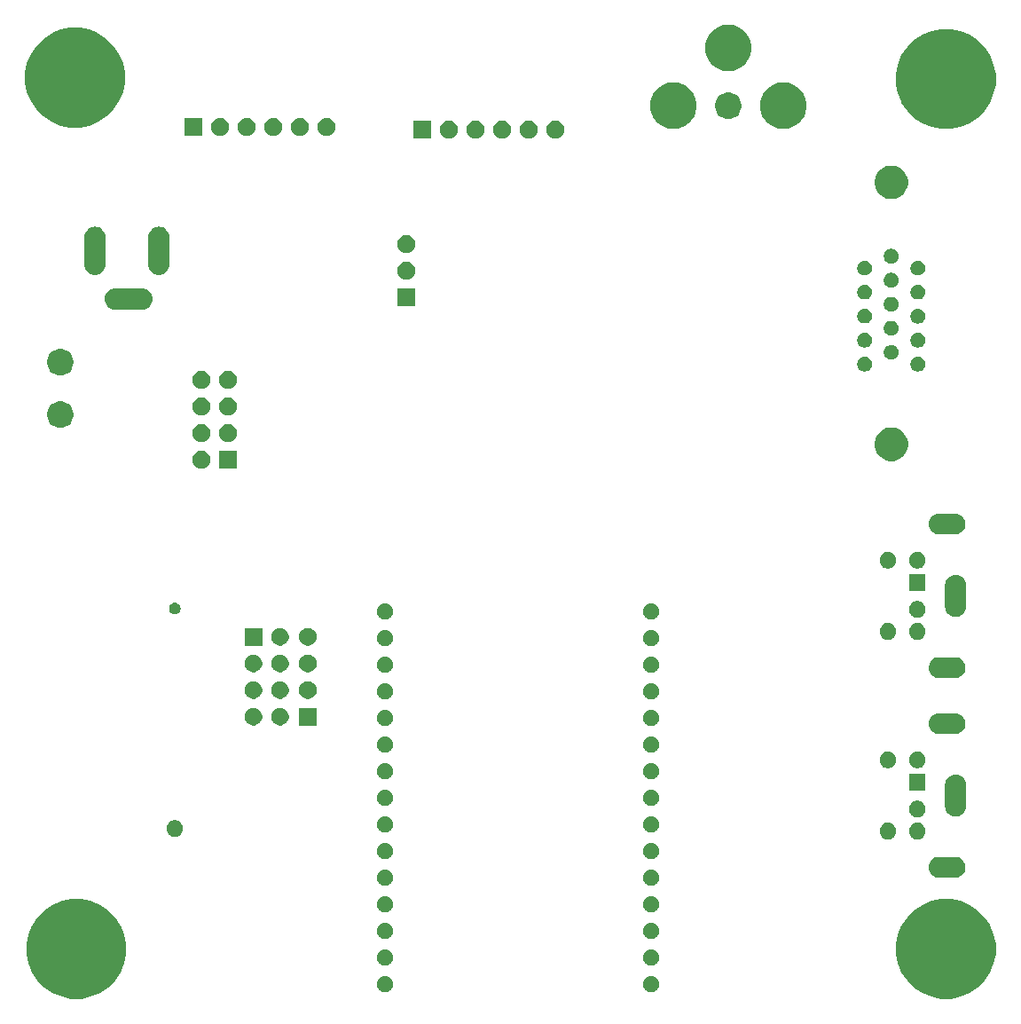
<source format=gbr>
G04 #@! TF.GenerationSoftware,KiCad,Pcbnew,(5.1.5)-3*
G04 #@! TF.CreationDate,2020-02-07T12:23:54-05:00*
G04 #@! TF.ProjectId,ESP32-VGA,45535033-322d-4564-9741-2e6b69636164,2*
G04 #@! TF.SameCoordinates,Original*
G04 #@! TF.FileFunction,Soldermask,Bot*
G04 #@! TF.FilePolarity,Negative*
%FSLAX46Y46*%
G04 Gerber Fmt 4.6, Leading zero omitted, Abs format (unit mm)*
G04 Created by KiCad (PCBNEW (5.1.5)-3) date 2020-02-07 12:23:54*
%MOMM*%
%LPD*%
G04 APERTURE LIST*
%ADD10C,0.150000*%
G04 APERTURE END LIST*
D10*
G36*
X100389169Y-94420519D02*
G01*
X101255888Y-94779526D01*
X101255890Y-94779527D01*
X102035917Y-95300724D01*
X102699276Y-95964083D01*
X103184395Y-96690116D01*
X103220474Y-96744112D01*
X103579481Y-97610831D01*
X103762500Y-98530933D01*
X103762500Y-99469067D01*
X103579481Y-100389169D01*
X103498779Y-100584000D01*
X103220473Y-101255890D01*
X102699276Y-102035917D01*
X102035917Y-102699276D01*
X101255890Y-103220473D01*
X101255889Y-103220474D01*
X101255888Y-103220474D01*
X100389169Y-103579481D01*
X99469067Y-103762500D01*
X98530933Y-103762500D01*
X97610831Y-103579481D01*
X96744112Y-103220474D01*
X96744111Y-103220474D01*
X96744110Y-103220473D01*
X95964083Y-102699276D01*
X95300724Y-102035917D01*
X94779527Y-101255890D01*
X94501221Y-100584000D01*
X94420519Y-100389169D01*
X94237500Y-99469067D01*
X94237500Y-98530933D01*
X94420519Y-97610831D01*
X94779526Y-96744112D01*
X94815605Y-96690116D01*
X95300724Y-95964083D01*
X95964083Y-95300724D01*
X96744110Y-94779527D01*
X96744112Y-94779526D01*
X97610831Y-94420519D01*
X98530933Y-94237500D01*
X99469067Y-94237500D01*
X100389169Y-94420519D01*
G37*
G36*
X17389169Y-94420519D02*
G01*
X18255888Y-94779526D01*
X18255890Y-94779527D01*
X19035917Y-95300724D01*
X19699276Y-95964083D01*
X20184395Y-96690116D01*
X20220474Y-96744112D01*
X20579481Y-97610831D01*
X20762500Y-98530933D01*
X20762500Y-99469067D01*
X20579481Y-100389169D01*
X20498779Y-100584000D01*
X20220473Y-101255890D01*
X19699276Y-102035917D01*
X19035917Y-102699276D01*
X18255890Y-103220473D01*
X18255889Y-103220474D01*
X18255888Y-103220474D01*
X17389169Y-103579481D01*
X16469067Y-103762500D01*
X15530933Y-103762500D01*
X14610831Y-103579481D01*
X13744112Y-103220474D01*
X13744111Y-103220474D01*
X13744110Y-103220473D01*
X12964083Y-102699276D01*
X12300724Y-102035917D01*
X11779527Y-101255890D01*
X11501221Y-100584000D01*
X11420519Y-100389169D01*
X11237500Y-99469067D01*
X11237500Y-98530933D01*
X11420519Y-97610831D01*
X11779526Y-96744112D01*
X11815605Y-96690116D01*
X12300724Y-95964083D01*
X12964083Y-95300724D01*
X13744110Y-94779527D01*
X13744112Y-94779526D01*
X14610831Y-94420519D01*
X15530933Y-94237500D01*
X16469067Y-94237500D01*
X17389169Y-94420519D01*
G37*
G36*
X71039195Y-101619522D02*
G01*
X71088267Y-101629283D01*
X71226942Y-101686724D01*
X71351747Y-101770116D01*
X71457884Y-101876253D01*
X71541276Y-102001058D01*
X71598717Y-102139733D01*
X71628000Y-102286950D01*
X71628000Y-102437050D01*
X71598717Y-102584267D01*
X71541276Y-102722942D01*
X71457884Y-102847747D01*
X71351747Y-102953884D01*
X71226942Y-103037276D01*
X71088267Y-103094717D01*
X71039195Y-103104478D01*
X70941052Y-103124000D01*
X70790948Y-103124000D01*
X70692805Y-103104478D01*
X70643733Y-103094717D01*
X70505058Y-103037276D01*
X70380253Y-102953884D01*
X70274116Y-102847747D01*
X70190724Y-102722942D01*
X70133283Y-102584267D01*
X70104000Y-102437050D01*
X70104000Y-102286950D01*
X70133283Y-102139733D01*
X70190724Y-102001058D01*
X70274116Y-101876253D01*
X70380253Y-101770116D01*
X70505058Y-101686724D01*
X70643733Y-101629283D01*
X70692805Y-101619522D01*
X70790948Y-101600000D01*
X70941052Y-101600000D01*
X71039195Y-101619522D01*
G37*
G36*
X45639195Y-101619522D02*
G01*
X45688267Y-101629283D01*
X45826942Y-101686724D01*
X45951747Y-101770116D01*
X46057884Y-101876253D01*
X46141276Y-102001058D01*
X46198717Y-102139733D01*
X46228000Y-102286950D01*
X46228000Y-102437050D01*
X46198717Y-102584267D01*
X46141276Y-102722942D01*
X46057884Y-102847747D01*
X45951747Y-102953884D01*
X45826942Y-103037276D01*
X45688267Y-103094717D01*
X45639195Y-103104478D01*
X45541052Y-103124000D01*
X45390948Y-103124000D01*
X45292805Y-103104478D01*
X45243733Y-103094717D01*
X45105058Y-103037276D01*
X44980253Y-102953884D01*
X44874116Y-102847747D01*
X44790724Y-102722942D01*
X44733283Y-102584267D01*
X44704000Y-102437050D01*
X44704000Y-102286950D01*
X44733283Y-102139733D01*
X44790724Y-102001058D01*
X44874116Y-101876253D01*
X44980253Y-101770116D01*
X45105058Y-101686724D01*
X45243733Y-101629283D01*
X45292805Y-101619522D01*
X45390948Y-101600000D01*
X45541052Y-101600000D01*
X45639195Y-101619522D01*
G37*
G36*
X71039195Y-99079522D02*
G01*
X71088267Y-99089283D01*
X71226942Y-99146724D01*
X71351747Y-99230116D01*
X71457884Y-99336253D01*
X71541276Y-99461058D01*
X71598717Y-99599733D01*
X71628000Y-99746950D01*
X71628000Y-99897050D01*
X71598717Y-100044267D01*
X71541276Y-100182942D01*
X71457884Y-100307747D01*
X71351747Y-100413884D01*
X71226942Y-100497276D01*
X71088267Y-100554717D01*
X71039195Y-100564478D01*
X70941052Y-100584000D01*
X70790948Y-100584000D01*
X70692805Y-100564478D01*
X70643733Y-100554717D01*
X70505058Y-100497276D01*
X70380253Y-100413884D01*
X70274116Y-100307747D01*
X70190724Y-100182942D01*
X70133283Y-100044267D01*
X70104000Y-99897050D01*
X70104000Y-99746950D01*
X70133283Y-99599733D01*
X70190724Y-99461058D01*
X70274116Y-99336253D01*
X70380253Y-99230116D01*
X70505058Y-99146724D01*
X70643733Y-99089283D01*
X70692805Y-99079522D01*
X70790948Y-99060000D01*
X70941052Y-99060000D01*
X71039195Y-99079522D01*
G37*
G36*
X45639195Y-99079522D02*
G01*
X45688267Y-99089283D01*
X45826942Y-99146724D01*
X45951747Y-99230116D01*
X46057884Y-99336253D01*
X46141276Y-99461058D01*
X46198717Y-99599733D01*
X46228000Y-99746950D01*
X46228000Y-99897050D01*
X46198717Y-100044267D01*
X46141276Y-100182942D01*
X46057884Y-100307747D01*
X45951747Y-100413884D01*
X45826942Y-100497276D01*
X45688267Y-100554717D01*
X45639195Y-100564478D01*
X45541052Y-100584000D01*
X45390948Y-100584000D01*
X45292805Y-100564478D01*
X45243733Y-100554717D01*
X45105058Y-100497276D01*
X44980253Y-100413884D01*
X44874116Y-100307747D01*
X44790724Y-100182942D01*
X44733283Y-100044267D01*
X44704000Y-99897050D01*
X44704000Y-99746950D01*
X44733283Y-99599733D01*
X44790724Y-99461058D01*
X44874116Y-99336253D01*
X44980253Y-99230116D01*
X45105058Y-99146724D01*
X45243733Y-99089283D01*
X45292805Y-99079522D01*
X45390948Y-99060000D01*
X45541052Y-99060000D01*
X45639195Y-99079522D01*
G37*
G36*
X71039195Y-96539522D02*
G01*
X71088267Y-96549283D01*
X71226942Y-96606724D01*
X71351747Y-96690116D01*
X71457884Y-96796253D01*
X71541276Y-96921058D01*
X71598717Y-97059733D01*
X71628000Y-97206950D01*
X71628000Y-97357050D01*
X71598717Y-97504267D01*
X71541276Y-97642942D01*
X71457884Y-97767747D01*
X71351747Y-97873884D01*
X71226942Y-97957276D01*
X71088267Y-98014717D01*
X71039195Y-98024478D01*
X70941052Y-98044000D01*
X70790948Y-98044000D01*
X70692805Y-98024478D01*
X70643733Y-98014717D01*
X70505058Y-97957276D01*
X70380253Y-97873884D01*
X70274116Y-97767747D01*
X70190724Y-97642942D01*
X70133283Y-97504267D01*
X70104000Y-97357050D01*
X70104000Y-97206950D01*
X70133283Y-97059733D01*
X70190724Y-96921058D01*
X70274116Y-96796253D01*
X70380253Y-96690116D01*
X70505058Y-96606724D01*
X70643733Y-96549283D01*
X70692805Y-96539522D01*
X70790948Y-96520000D01*
X70941052Y-96520000D01*
X71039195Y-96539522D01*
G37*
G36*
X45639195Y-96539522D02*
G01*
X45688267Y-96549283D01*
X45826942Y-96606724D01*
X45951747Y-96690116D01*
X46057884Y-96796253D01*
X46141276Y-96921058D01*
X46198717Y-97059733D01*
X46228000Y-97206950D01*
X46228000Y-97357050D01*
X46198717Y-97504267D01*
X46141276Y-97642942D01*
X46057884Y-97767747D01*
X45951747Y-97873884D01*
X45826942Y-97957276D01*
X45688267Y-98014717D01*
X45639195Y-98024478D01*
X45541052Y-98044000D01*
X45390948Y-98044000D01*
X45292805Y-98024478D01*
X45243733Y-98014717D01*
X45105058Y-97957276D01*
X44980253Y-97873884D01*
X44874116Y-97767747D01*
X44790724Y-97642942D01*
X44733283Y-97504267D01*
X44704000Y-97357050D01*
X44704000Y-97206950D01*
X44733283Y-97059733D01*
X44790724Y-96921058D01*
X44874116Y-96796253D01*
X44980253Y-96690116D01*
X45105058Y-96606724D01*
X45243733Y-96549283D01*
X45292805Y-96539522D01*
X45390948Y-96520000D01*
X45541052Y-96520000D01*
X45639195Y-96539522D01*
G37*
G36*
X45639195Y-93999522D02*
G01*
X45688267Y-94009283D01*
X45826942Y-94066724D01*
X45951747Y-94150116D01*
X46057884Y-94256253D01*
X46141276Y-94381058D01*
X46198717Y-94519733D01*
X46228000Y-94666950D01*
X46228000Y-94817050D01*
X46198717Y-94964267D01*
X46141276Y-95102942D01*
X46057884Y-95227747D01*
X45951747Y-95333884D01*
X45826942Y-95417276D01*
X45688267Y-95474717D01*
X45639195Y-95484478D01*
X45541052Y-95504000D01*
X45390948Y-95504000D01*
X45292805Y-95484478D01*
X45243733Y-95474717D01*
X45105058Y-95417276D01*
X44980253Y-95333884D01*
X44874116Y-95227747D01*
X44790724Y-95102942D01*
X44733283Y-94964267D01*
X44704000Y-94817050D01*
X44704000Y-94666950D01*
X44733283Y-94519733D01*
X44790724Y-94381058D01*
X44874116Y-94256253D01*
X44980253Y-94150116D01*
X45105058Y-94066724D01*
X45243733Y-94009283D01*
X45292805Y-93999522D01*
X45390948Y-93980000D01*
X45541052Y-93980000D01*
X45639195Y-93999522D01*
G37*
G36*
X71039195Y-93999522D02*
G01*
X71088267Y-94009283D01*
X71226942Y-94066724D01*
X71351747Y-94150116D01*
X71457884Y-94256253D01*
X71541276Y-94381058D01*
X71598717Y-94519733D01*
X71628000Y-94666950D01*
X71628000Y-94817050D01*
X71598717Y-94964267D01*
X71541276Y-95102942D01*
X71457884Y-95227747D01*
X71351747Y-95333884D01*
X71226942Y-95417276D01*
X71088267Y-95474717D01*
X71039195Y-95484478D01*
X70941052Y-95504000D01*
X70790948Y-95504000D01*
X70692805Y-95484478D01*
X70643733Y-95474717D01*
X70505058Y-95417276D01*
X70380253Y-95333884D01*
X70274116Y-95227747D01*
X70190724Y-95102942D01*
X70133283Y-94964267D01*
X70104000Y-94817050D01*
X70104000Y-94666950D01*
X70133283Y-94519733D01*
X70190724Y-94381058D01*
X70274116Y-94256253D01*
X70380253Y-94150116D01*
X70505058Y-94066724D01*
X70643733Y-94009283D01*
X70692805Y-93999522D01*
X70790948Y-93980000D01*
X70941052Y-93980000D01*
X71039195Y-93999522D01*
G37*
G36*
X45639195Y-91459522D02*
G01*
X45688267Y-91469283D01*
X45826942Y-91526724D01*
X45951747Y-91610116D01*
X46057884Y-91716253D01*
X46141276Y-91841058D01*
X46198717Y-91979733D01*
X46228000Y-92126950D01*
X46228000Y-92277050D01*
X46198717Y-92424267D01*
X46141276Y-92562942D01*
X46057884Y-92687747D01*
X45951747Y-92793884D01*
X45826942Y-92877276D01*
X45688267Y-92934717D01*
X45639195Y-92944478D01*
X45541052Y-92964000D01*
X45390948Y-92964000D01*
X45292805Y-92944478D01*
X45243733Y-92934717D01*
X45105058Y-92877276D01*
X44980253Y-92793884D01*
X44874116Y-92687747D01*
X44790724Y-92562942D01*
X44733283Y-92424267D01*
X44704000Y-92277050D01*
X44704000Y-92126950D01*
X44733283Y-91979733D01*
X44790724Y-91841058D01*
X44874116Y-91716253D01*
X44980253Y-91610116D01*
X45105058Y-91526724D01*
X45243733Y-91469283D01*
X45292805Y-91459522D01*
X45390948Y-91440000D01*
X45541052Y-91440000D01*
X45639195Y-91459522D01*
G37*
G36*
X71039195Y-91459522D02*
G01*
X71088267Y-91469283D01*
X71226942Y-91526724D01*
X71351747Y-91610116D01*
X71457884Y-91716253D01*
X71541276Y-91841058D01*
X71598717Y-91979733D01*
X71628000Y-92126950D01*
X71628000Y-92277050D01*
X71598717Y-92424267D01*
X71541276Y-92562942D01*
X71457884Y-92687747D01*
X71351747Y-92793884D01*
X71226942Y-92877276D01*
X71088267Y-92934717D01*
X71039195Y-92944478D01*
X70941052Y-92964000D01*
X70790948Y-92964000D01*
X70692805Y-92944478D01*
X70643733Y-92934717D01*
X70505058Y-92877276D01*
X70380253Y-92793884D01*
X70274116Y-92687747D01*
X70190724Y-92562942D01*
X70133283Y-92424267D01*
X70104000Y-92277050D01*
X70104000Y-92126950D01*
X70133283Y-91979733D01*
X70190724Y-91841058D01*
X70274116Y-91716253D01*
X70380253Y-91610116D01*
X70505058Y-91526724D01*
X70643733Y-91469283D01*
X70692805Y-91459522D01*
X70790948Y-91440000D01*
X70941052Y-91440000D01*
X71039195Y-91459522D01*
G37*
G36*
X100062032Y-90222469D02*
G01*
X100156284Y-90251060D01*
X100250535Y-90279651D01*
X100250537Y-90279652D01*
X100424258Y-90372507D01*
X100576528Y-90497472D01*
X100701493Y-90649742D01*
X100794348Y-90823463D01*
X100851531Y-91011968D01*
X100870838Y-91208000D01*
X100851531Y-91404032D01*
X100794348Y-91592537D01*
X100701493Y-91766258D01*
X100576528Y-91918528D01*
X100424258Y-92043493D01*
X100250537Y-92136348D01*
X100250535Y-92136349D01*
X100156285Y-92164939D01*
X100062032Y-92193531D01*
X99915124Y-92208000D01*
X98316876Y-92208000D01*
X98169968Y-92193531D01*
X98075715Y-92164939D01*
X97981465Y-92136349D01*
X97981463Y-92136348D01*
X97807742Y-92043493D01*
X97655472Y-91918528D01*
X97530507Y-91766258D01*
X97437652Y-91592537D01*
X97380469Y-91404032D01*
X97361162Y-91208000D01*
X97380469Y-91011968D01*
X97437652Y-90823463D01*
X97530507Y-90649742D01*
X97655472Y-90497472D01*
X97807742Y-90372507D01*
X97981463Y-90279652D01*
X97981465Y-90279651D01*
X98075716Y-90251060D01*
X98169968Y-90222469D01*
X98316876Y-90208000D01*
X99915124Y-90208000D01*
X100062032Y-90222469D01*
G37*
G36*
X71039195Y-88919522D02*
G01*
X71088267Y-88929283D01*
X71226942Y-88986724D01*
X71351747Y-89070116D01*
X71457884Y-89176253D01*
X71541276Y-89301058D01*
X71598717Y-89439733D01*
X71628000Y-89586950D01*
X71628000Y-89737050D01*
X71598717Y-89884267D01*
X71541276Y-90022942D01*
X71457884Y-90147747D01*
X71351747Y-90253884D01*
X71226942Y-90337276D01*
X71088267Y-90394717D01*
X71039195Y-90404478D01*
X70941052Y-90424000D01*
X70790948Y-90424000D01*
X70692805Y-90404478D01*
X70643733Y-90394717D01*
X70505058Y-90337276D01*
X70380253Y-90253884D01*
X70274116Y-90147747D01*
X70190724Y-90022942D01*
X70133283Y-89884267D01*
X70104000Y-89737050D01*
X70104000Y-89586950D01*
X70133283Y-89439733D01*
X70190724Y-89301058D01*
X70274116Y-89176253D01*
X70380253Y-89070116D01*
X70505058Y-88986724D01*
X70643733Y-88929283D01*
X70692805Y-88919522D01*
X70790948Y-88900000D01*
X70941052Y-88900000D01*
X71039195Y-88919522D01*
G37*
G36*
X45639195Y-88919522D02*
G01*
X45688267Y-88929283D01*
X45826942Y-88986724D01*
X45951747Y-89070116D01*
X46057884Y-89176253D01*
X46141276Y-89301058D01*
X46198717Y-89439733D01*
X46228000Y-89586950D01*
X46228000Y-89737050D01*
X46198717Y-89884267D01*
X46141276Y-90022942D01*
X46057884Y-90147747D01*
X45951747Y-90253884D01*
X45826942Y-90337276D01*
X45688267Y-90394717D01*
X45639195Y-90404478D01*
X45541052Y-90424000D01*
X45390948Y-90424000D01*
X45292805Y-90404478D01*
X45243733Y-90394717D01*
X45105058Y-90337276D01*
X44980253Y-90253884D01*
X44874116Y-90147747D01*
X44790724Y-90022942D01*
X44733283Y-89884267D01*
X44704000Y-89737050D01*
X44704000Y-89586950D01*
X44733283Y-89439733D01*
X44790724Y-89301058D01*
X44874116Y-89176253D01*
X44980253Y-89070116D01*
X45105058Y-88986724D01*
X45243733Y-88929283D01*
X45292805Y-88919522D01*
X45390948Y-88900000D01*
X45541052Y-88900000D01*
X45639195Y-88919522D01*
G37*
G36*
X96499351Y-86988743D02*
G01*
X96644941Y-87049048D01*
X96775970Y-87136599D01*
X96887401Y-87248030D01*
X96974952Y-87379059D01*
X97035257Y-87524649D01*
X97066000Y-87679206D01*
X97066000Y-87836794D01*
X97035257Y-87991351D01*
X96974952Y-88136941D01*
X96887401Y-88267970D01*
X96775970Y-88379401D01*
X96644941Y-88466952D01*
X96499351Y-88527257D01*
X96344794Y-88558000D01*
X96187206Y-88558000D01*
X96032649Y-88527257D01*
X95887059Y-88466952D01*
X95756030Y-88379401D01*
X95644599Y-88267970D01*
X95557048Y-88136941D01*
X95496743Y-87991351D01*
X95466000Y-87836794D01*
X95466000Y-87679206D01*
X95496743Y-87524649D01*
X95557048Y-87379059D01*
X95644599Y-87248030D01*
X95756030Y-87136599D01*
X95887059Y-87049048D01*
X96032649Y-86988743D01*
X96187206Y-86958000D01*
X96344794Y-86958000D01*
X96499351Y-86988743D01*
G37*
G36*
X93699351Y-86988743D02*
G01*
X93844941Y-87049048D01*
X93975970Y-87136599D01*
X94087401Y-87248030D01*
X94174952Y-87379059D01*
X94235257Y-87524649D01*
X94266000Y-87679206D01*
X94266000Y-87836794D01*
X94235257Y-87991351D01*
X94174952Y-88136941D01*
X94087401Y-88267970D01*
X93975970Y-88379401D01*
X93844941Y-88466952D01*
X93699351Y-88527257D01*
X93544794Y-88558000D01*
X93387206Y-88558000D01*
X93232649Y-88527257D01*
X93087059Y-88466952D01*
X92956030Y-88379401D01*
X92844599Y-88267970D01*
X92757048Y-88136941D01*
X92696743Y-87991351D01*
X92666000Y-87836794D01*
X92666000Y-87679206D01*
X92696743Y-87524649D01*
X92757048Y-87379059D01*
X92844599Y-87248030D01*
X92956030Y-87136599D01*
X93087059Y-87049048D01*
X93232649Y-86988743D01*
X93387206Y-86958000D01*
X93544794Y-86958000D01*
X93699351Y-86988743D01*
G37*
G36*
X25633351Y-86740743D02*
G01*
X25778941Y-86801048D01*
X25909970Y-86888599D01*
X26021401Y-87000030D01*
X26108952Y-87131059D01*
X26169257Y-87276649D01*
X26200000Y-87431206D01*
X26200000Y-87588794D01*
X26169257Y-87743351D01*
X26108952Y-87888941D01*
X26021401Y-88019970D01*
X25909970Y-88131401D01*
X25778941Y-88218952D01*
X25633351Y-88279257D01*
X25478794Y-88310000D01*
X25321206Y-88310000D01*
X25166649Y-88279257D01*
X25021059Y-88218952D01*
X24890030Y-88131401D01*
X24778599Y-88019970D01*
X24691048Y-87888941D01*
X24630743Y-87743351D01*
X24600000Y-87588794D01*
X24600000Y-87431206D01*
X24630743Y-87276649D01*
X24691048Y-87131059D01*
X24778599Y-87000030D01*
X24890030Y-86888599D01*
X25021059Y-86801048D01*
X25166649Y-86740743D01*
X25321206Y-86710000D01*
X25478794Y-86710000D01*
X25633351Y-86740743D01*
G37*
G36*
X71039195Y-86379522D02*
G01*
X71088267Y-86389283D01*
X71226942Y-86446724D01*
X71351747Y-86530116D01*
X71457884Y-86636253D01*
X71541276Y-86761058D01*
X71598717Y-86899733D01*
X71628000Y-87046950D01*
X71628000Y-87197050D01*
X71598717Y-87344267D01*
X71541276Y-87482942D01*
X71457884Y-87607747D01*
X71351747Y-87713884D01*
X71226942Y-87797276D01*
X71088267Y-87854717D01*
X71039195Y-87864478D01*
X70941052Y-87884000D01*
X70790948Y-87884000D01*
X70692805Y-87864478D01*
X70643733Y-87854717D01*
X70505058Y-87797276D01*
X70380253Y-87713884D01*
X70274116Y-87607747D01*
X70190724Y-87482942D01*
X70133283Y-87344267D01*
X70104000Y-87197050D01*
X70104000Y-87046950D01*
X70133283Y-86899733D01*
X70190724Y-86761058D01*
X70274116Y-86636253D01*
X70380253Y-86530116D01*
X70505058Y-86446724D01*
X70643733Y-86389283D01*
X70692805Y-86379522D01*
X70790948Y-86360000D01*
X70941052Y-86360000D01*
X71039195Y-86379522D01*
G37*
G36*
X45639195Y-86379522D02*
G01*
X45688267Y-86389283D01*
X45826942Y-86446724D01*
X45951747Y-86530116D01*
X46057884Y-86636253D01*
X46141276Y-86761058D01*
X46198717Y-86899733D01*
X46228000Y-87046950D01*
X46228000Y-87197050D01*
X46198717Y-87344267D01*
X46141276Y-87482942D01*
X46057884Y-87607747D01*
X45951747Y-87713884D01*
X45826942Y-87797276D01*
X45688267Y-87854717D01*
X45639195Y-87864478D01*
X45541052Y-87884000D01*
X45390948Y-87884000D01*
X45292805Y-87864478D01*
X45243733Y-87854717D01*
X45105058Y-87797276D01*
X44980253Y-87713884D01*
X44874116Y-87607747D01*
X44790724Y-87482942D01*
X44733283Y-87344267D01*
X44704000Y-87197050D01*
X44704000Y-87046950D01*
X44733283Y-86899733D01*
X44790724Y-86761058D01*
X44874116Y-86636253D01*
X44980253Y-86530116D01*
X45105058Y-86446724D01*
X45243733Y-86389283D01*
X45292805Y-86379522D01*
X45390948Y-86360000D01*
X45541052Y-86360000D01*
X45639195Y-86379522D01*
G37*
G36*
X96499351Y-84888743D02*
G01*
X96644941Y-84949048D01*
X96775970Y-85036599D01*
X96887401Y-85148030D01*
X96974952Y-85279059D01*
X97035257Y-85424649D01*
X97066000Y-85579206D01*
X97066000Y-85736794D01*
X97035257Y-85891351D01*
X96974952Y-86036941D01*
X96887401Y-86167970D01*
X96775970Y-86279401D01*
X96644941Y-86366952D01*
X96499351Y-86427257D01*
X96344794Y-86458000D01*
X96187206Y-86458000D01*
X96032649Y-86427257D01*
X95887059Y-86366952D01*
X95756030Y-86279401D01*
X95644599Y-86167970D01*
X95557048Y-86036941D01*
X95496743Y-85891351D01*
X95466000Y-85736794D01*
X95466000Y-85579206D01*
X95496743Y-85424649D01*
X95557048Y-85279059D01*
X95644599Y-85148030D01*
X95756030Y-85036599D01*
X95887059Y-84949048D01*
X96032649Y-84888743D01*
X96187206Y-84858000D01*
X96344794Y-84858000D01*
X96499351Y-84888743D01*
G37*
G36*
X100112031Y-82372469D02*
G01*
X100206284Y-82401061D01*
X100300534Y-82429651D01*
X100300536Y-82429652D01*
X100474258Y-82522507D01*
X100626528Y-82647472D01*
X100751493Y-82799742D01*
X100844348Y-82973463D01*
X100901531Y-83161968D01*
X100916000Y-83308876D01*
X100916000Y-85407124D01*
X100901531Y-85554032D01*
X100901530Y-85554034D01*
X100846091Y-85736794D01*
X100844348Y-85742537D01*
X100751493Y-85916258D01*
X100626528Y-86068528D01*
X100474258Y-86193493D01*
X100313534Y-86279401D01*
X100300535Y-86286349D01*
X100206284Y-86314940D01*
X100112032Y-86343531D01*
X99916000Y-86362838D01*
X99719969Y-86343531D01*
X99625717Y-86314940D01*
X99531466Y-86286349D01*
X99518467Y-86279401D01*
X99357743Y-86193493D01*
X99205473Y-86068528D01*
X99080508Y-85916258D01*
X98987653Y-85742537D01*
X98985911Y-85736794D01*
X98930471Y-85554034D01*
X98930470Y-85554032D01*
X98916001Y-85407124D01*
X98916000Y-83308877D01*
X98930469Y-83161969D01*
X98987652Y-82973464D01*
X99080507Y-82799742D01*
X99205472Y-82647472D01*
X99357742Y-82522507D01*
X99531463Y-82429652D01*
X99531465Y-82429651D01*
X99625715Y-82401061D01*
X99719968Y-82372469D01*
X99916000Y-82353162D01*
X100112031Y-82372469D01*
G37*
G36*
X45639195Y-83839522D02*
G01*
X45688267Y-83849283D01*
X45826942Y-83906724D01*
X45951747Y-83990116D01*
X46057884Y-84096253D01*
X46141276Y-84221058D01*
X46198717Y-84359733D01*
X46228000Y-84506950D01*
X46228000Y-84657050D01*
X46198717Y-84804267D01*
X46141276Y-84942942D01*
X46057884Y-85067747D01*
X45951747Y-85173884D01*
X45826942Y-85257276D01*
X45688267Y-85314717D01*
X45639195Y-85324478D01*
X45541052Y-85344000D01*
X45390948Y-85344000D01*
X45292805Y-85324478D01*
X45243733Y-85314717D01*
X45105058Y-85257276D01*
X44980253Y-85173884D01*
X44874116Y-85067747D01*
X44790724Y-84942942D01*
X44733283Y-84804267D01*
X44704000Y-84657050D01*
X44704000Y-84506950D01*
X44733283Y-84359733D01*
X44790724Y-84221058D01*
X44874116Y-84096253D01*
X44980253Y-83990116D01*
X45105058Y-83906724D01*
X45243733Y-83849283D01*
X45292805Y-83839522D01*
X45390948Y-83820000D01*
X45541052Y-83820000D01*
X45639195Y-83839522D01*
G37*
G36*
X71039195Y-83839522D02*
G01*
X71088267Y-83849283D01*
X71226942Y-83906724D01*
X71351747Y-83990116D01*
X71457884Y-84096253D01*
X71541276Y-84221058D01*
X71598717Y-84359733D01*
X71628000Y-84506950D01*
X71628000Y-84657050D01*
X71598717Y-84804267D01*
X71541276Y-84942942D01*
X71457884Y-85067747D01*
X71351747Y-85173884D01*
X71226942Y-85257276D01*
X71088267Y-85314717D01*
X71039195Y-85324478D01*
X70941052Y-85344000D01*
X70790948Y-85344000D01*
X70692805Y-85324478D01*
X70643733Y-85314717D01*
X70505058Y-85257276D01*
X70380253Y-85173884D01*
X70274116Y-85067747D01*
X70190724Y-84942942D01*
X70133283Y-84804267D01*
X70104000Y-84657050D01*
X70104000Y-84506950D01*
X70133283Y-84359733D01*
X70190724Y-84221058D01*
X70274116Y-84096253D01*
X70380253Y-83990116D01*
X70505058Y-83906724D01*
X70643733Y-83849283D01*
X70692805Y-83839522D01*
X70790948Y-83820000D01*
X70941052Y-83820000D01*
X71039195Y-83839522D01*
G37*
G36*
X97066000Y-83858000D02*
G01*
X95466000Y-83858000D01*
X95466000Y-82258000D01*
X97066000Y-82258000D01*
X97066000Y-83858000D01*
G37*
G36*
X45639195Y-81299522D02*
G01*
X45688267Y-81309283D01*
X45826942Y-81366724D01*
X45951747Y-81450116D01*
X46057884Y-81556253D01*
X46141276Y-81681058D01*
X46198717Y-81819733D01*
X46228000Y-81966950D01*
X46228000Y-82117050D01*
X46198717Y-82264267D01*
X46141276Y-82402942D01*
X46057884Y-82527747D01*
X45951747Y-82633884D01*
X45826942Y-82717276D01*
X45688267Y-82774717D01*
X45639195Y-82784478D01*
X45541052Y-82804000D01*
X45390948Y-82804000D01*
X45292805Y-82784478D01*
X45243733Y-82774717D01*
X45105058Y-82717276D01*
X44980253Y-82633884D01*
X44874116Y-82527747D01*
X44790724Y-82402942D01*
X44733283Y-82264267D01*
X44704000Y-82117050D01*
X44704000Y-81966950D01*
X44733283Y-81819733D01*
X44790724Y-81681058D01*
X44874116Y-81556253D01*
X44980253Y-81450116D01*
X45105058Y-81366724D01*
X45243733Y-81309283D01*
X45292805Y-81299522D01*
X45390948Y-81280000D01*
X45541052Y-81280000D01*
X45639195Y-81299522D01*
G37*
G36*
X71039195Y-81299522D02*
G01*
X71088267Y-81309283D01*
X71226942Y-81366724D01*
X71351747Y-81450116D01*
X71457884Y-81556253D01*
X71541276Y-81681058D01*
X71598717Y-81819733D01*
X71628000Y-81966950D01*
X71628000Y-82117050D01*
X71598717Y-82264267D01*
X71541276Y-82402942D01*
X71457884Y-82527747D01*
X71351747Y-82633884D01*
X71226942Y-82717276D01*
X71088267Y-82774717D01*
X71039195Y-82784478D01*
X70941052Y-82804000D01*
X70790948Y-82804000D01*
X70692805Y-82784478D01*
X70643733Y-82774717D01*
X70505058Y-82717276D01*
X70380253Y-82633884D01*
X70274116Y-82527747D01*
X70190724Y-82402942D01*
X70133283Y-82264267D01*
X70104000Y-82117050D01*
X70104000Y-81966950D01*
X70133283Y-81819733D01*
X70190724Y-81681058D01*
X70274116Y-81556253D01*
X70380253Y-81450116D01*
X70505058Y-81366724D01*
X70643733Y-81309283D01*
X70692805Y-81299522D01*
X70790948Y-81280000D01*
X70941052Y-81280000D01*
X71039195Y-81299522D01*
G37*
G36*
X96499351Y-80188743D02*
G01*
X96644941Y-80249048D01*
X96775970Y-80336599D01*
X96887401Y-80448030D01*
X96974952Y-80579059D01*
X97035257Y-80724649D01*
X97066000Y-80879206D01*
X97066000Y-81036794D01*
X97035257Y-81191351D01*
X96974952Y-81336941D01*
X96887401Y-81467970D01*
X96775970Y-81579401D01*
X96644941Y-81666952D01*
X96499351Y-81727257D01*
X96344794Y-81758000D01*
X96187206Y-81758000D01*
X96032649Y-81727257D01*
X95887059Y-81666952D01*
X95756030Y-81579401D01*
X95644599Y-81467970D01*
X95557048Y-81336941D01*
X95496743Y-81191351D01*
X95466000Y-81036794D01*
X95466000Y-80879206D01*
X95496743Y-80724649D01*
X95557048Y-80579059D01*
X95644599Y-80448030D01*
X95756030Y-80336599D01*
X95887059Y-80249048D01*
X96032649Y-80188743D01*
X96187206Y-80158000D01*
X96344794Y-80158000D01*
X96499351Y-80188743D01*
G37*
G36*
X93699351Y-80188743D02*
G01*
X93844941Y-80249048D01*
X93975970Y-80336599D01*
X94087401Y-80448030D01*
X94174952Y-80579059D01*
X94235257Y-80724649D01*
X94266000Y-80879206D01*
X94266000Y-81036794D01*
X94235257Y-81191351D01*
X94174952Y-81336941D01*
X94087401Y-81467970D01*
X93975970Y-81579401D01*
X93844941Y-81666952D01*
X93699351Y-81727257D01*
X93544794Y-81758000D01*
X93387206Y-81758000D01*
X93232649Y-81727257D01*
X93087059Y-81666952D01*
X92956030Y-81579401D01*
X92844599Y-81467970D01*
X92757048Y-81336941D01*
X92696743Y-81191351D01*
X92666000Y-81036794D01*
X92666000Y-80879206D01*
X92696743Y-80724649D01*
X92757048Y-80579059D01*
X92844599Y-80448030D01*
X92956030Y-80336599D01*
X93087059Y-80249048D01*
X93232649Y-80188743D01*
X93387206Y-80158000D01*
X93544794Y-80158000D01*
X93699351Y-80188743D01*
G37*
G36*
X71039195Y-78759522D02*
G01*
X71088267Y-78769283D01*
X71226942Y-78826724D01*
X71351747Y-78910116D01*
X71457884Y-79016253D01*
X71541276Y-79141058D01*
X71598717Y-79279733D01*
X71628000Y-79426950D01*
X71628000Y-79577050D01*
X71598717Y-79724267D01*
X71541276Y-79862942D01*
X71457884Y-79987747D01*
X71351747Y-80093884D01*
X71226942Y-80177276D01*
X71088267Y-80234717D01*
X71039195Y-80244478D01*
X70941052Y-80264000D01*
X70790948Y-80264000D01*
X70692805Y-80244478D01*
X70643733Y-80234717D01*
X70505058Y-80177276D01*
X70380253Y-80093884D01*
X70274116Y-79987747D01*
X70190724Y-79862942D01*
X70133283Y-79724267D01*
X70104000Y-79577050D01*
X70104000Y-79426950D01*
X70133283Y-79279733D01*
X70190724Y-79141058D01*
X70274116Y-79016253D01*
X70380253Y-78910116D01*
X70505058Y-78826724D01*
X70643733Y-78769283D01*
X70692805Y-78759522D01*
X70790948Y-78740000D01*
X70941052Y-78740000D01*
X71039195Y-78759522D01*
G37*
G36*
X45639195Y-78759522D02*
G01*
X45688267Y-78769283D01*
X45826942Y-78826724D01*
X45951747Y-78910116D01*
X46057884Y-79016253D01*
X46141276Y-79141058D01*
X46198717Y-79279733D01*
X46228000Y-79426950D01*
X46228000Y-79577050D01*
X46198717Y-79724267D01*
X46141276Y-79862942D01*
X46057884Y-79987747D01*
X45951747Y-80093884D01*
X45826942Y-80177276D01*
X45688267Y-80234717D01*
X45639195Y-80244478D01*
X45541052Y-80264000D01*
X45390948Y-80264000D01*
X45292805Y-80244478D01*
X45243733Y-80234717D01*
X45105058Y-80177276D01*
X44980253Y-80093884D01*
X44874116Y-79987747D01*
X44790724Y-79862942D01*
X44733283Y-79724267D01*
X44704000Y-79577050D01*
X44704000Y-79426950D01*
X44733283Y-79279733D01*
X44790724Y-79141058D01*
X44874116Y-79016253D01*
X44980253Y-78910116D01*
X45105058Y-78826724D01*
X45243733Y-78769283D01*
X45292805Y-78759522D01*
X45390948Y-78740000D01*
X45541052Y-78740000D01*
X45639195Y-78759522D01*
G37*
G36*
X100062032Y-76522469D02*
G01*
X100156285Y-76551061D01*
X100250535Y-76579651D01*
X100250537Y-76579652D01*
X100424258Y-76672507D01*
X100576528Y-76797472D01*
X100701493Y-76949742D01*
X100794348Y-77123463D01*
X100851531Y-77311968D01*
X100870838Y-77508000D01*
X100851531Y-77704032D01*
X100794348Y-77892537D01*
X100701493Y-78066258D01*
X100576528Y-78218528D01*
X100424258Y-78343493D01*
X100250537Y-78436348D01*
X100250535Y-78436349D01*
X100156284Y-78464940D01*
X100062032Y-78493531D01*
X99915124Y-78508000D01*
X98316876Y-78508000D01*
X98169968Y-78493531D01*
X98075716Y-78464940D01*
X97981465Y-78436349D01*
X97981463Y-78436348D01*
X97807742Y-78343493D01*
X97655472Y-78218528D01*
X97530507Y-78066258D01*
X97437652Y-77892537D01*
X97380469Y-77704032D01*
X97361162Y-77508000D01*
X97380469Y-77311968D01*
X97437652Y-77123463D01*
X97530507Y-76949742D01*
X97655472Y-76797472D01*
X97807742Y-76672507D01*
X97981463Y-76579652D01*
X97981465Y-76579651D01*
X98075715Y-76551061D01*
X98169968Y-76522469D01*
X98316876Y-76508000D01*
X99915124Y-76508000D01*
X100062032Y-76522469D01*
G37*
G36*
X45639195Y-76219522D02*
G01*
X45688267Y-76229283D01*
X45826942Y-76286724D01*
X45951747Y-76370116D01*
X46057884Y-76476253D01*
X46141276Y-76601058D01*
X46198717Y-76739733D01*
X46228000Y-76886950D01*
X46228000Y-77037050D01*
X46198717Y-77184267D01*
X46141276Y-77322942D01*
X46057884Y-77447747D01*
X45951747Y-77553884D01*
X45826942Y-77637276D01*
X45688267Y-77694717D01*
X45641437Y-77704032D01*
X45541052Y-77724000D01*
X45390948Y-77724000D01*
X45290563Y-77704032D01*
X45243733Y-77694717D01*
X45105058Y-77637276D01*
X44980253Y-77553884D01*
X44874116Y-77447747D01*
X44790724Y-77322942D01*
X44733283Y-77184267D01*
X44704000Y-77037050D01*
X44704000Y-76886950D01*
X44733283Y-76739733D01*
X44790724Y-76601058D01*
X44874116Y-76476253D01*
X44980253Y-76370116D01*
X45105058Y-76286724D01*
X45243733Y-76229283D01*
X45292805Y-76219522D01*
X45390948Y-76200000D01*
X45541052Y-76200000D01*
X45639195Y-76219522D01*
G37*
G36*
X71039195Y-76219522D02*
G01*
X71088267Y-76229283D01*
X71226942Y-76286724D01*
X71351747Y-76370116D01*
X71457884Y-76476253D01*
X71541276Y-76601058D01*
X71598717Y-76739733D01*
X71628000Y-76886950D01*
X71628000Y-77037050D01*
X71598717Y-77184267D01*
X71541276Y-77322942D01*
X71457884Y-77447747D01*
X71351747Y-77553884D01*
X71226942Y-77637276D01*
X71088267Y-77694717D01*
X71041437Y-77704032D01*
X70941052Y-77724000D01*
X70790948Y-77724000D01*
X70690563Y-77704032D01*
X70643733Y-77694717D01*
X70505058Y-77637276D01*
X70380253Y-77553884D01*
X70274116Y-77447747D01*
X70190724Y-77322942D01*
X70133283Y-77184267D01*
X70104000Y-77037050D01*
X70104000Y-76886950D01*
X70133283Y-76739733D01*
X70190724Y-76601058D01*
X70274116Y-76476253D01*
X70380253Y-76370116D01*
X70505058Y-76286724D01*
X70643733Y-76229283D01*
X70692805Y-76219522D01*
X70790948Y-76200000D01*
X70941052Y-76200000D01*
X71039195Y-76219522D01*
G37*
G36*
X38950000Y-77685000D02*
G01*
X37250000Y-77685000D01*
X37250000Y-75985000D01*
X38950000Y-75985000D01*
X38950000Y-77685000D01*
G37*
G36*
X35680935Y-76017664D02*
G01*
X35835624Y-76081739D01*
X35835626Y-76081740D01*
X35974844Y-76174762D01*
X36093238Y-76293156D01*
X36186260Y-76432374D01*
X36186261Y-76432376D01*
X36250336Y-76587065D01*
X36283000Y-76751281D01*
X36283000Y-76918719D01*
X36250336Y-77082935D01*
X36208363Y-77184266D01*
X36186260Y-77237626D01*
X36093238Y-77376844D01*
X35974844Y-77495238D01*
X35835626Y-77588260D01*
X35835625Y-77588261D01*
X35835624Y-77588261D01*
X35680935Y-77652336D01*
X35516719Y-77685000D01*
X35349281Y-77685000D01*
X35185065Y-77652336D01*
X35030376Y-77588261D01*
X35030375Y-77588261D01*
X35030374Y-77588260D01*
X34891156Y-77495238D01*
X34772762Y-77376844D01*
X34679740Y-77237626D01*
X34657637Y-77184266D01*
X34615664Y-77082935D01*
X34583000Y-76918719D01*
X34583000Y-76751281D01*
X34615664Y-76587065D01*
X34679739Y-76432376D01*
X34679740Y-76432374D01*
X34772762Y-76293156D01*
X34891156Y-76174762D01*
X35030374Y-76081740D01*
X35030376Y-76081739D01*
X35185065Y-76017664D01*
X35349281Y-75985000D01*
X35516719Y-75985000D01*
X35680935Y-76017664D01*
G37*
G36*
X33140935Y-76017664D02*
G01*
X33295624Y-76081739D01*
X33295626Y-76081740D01*
X33434844Y-76174762D01*
X33553238Y-76293156D01*
X33646260Y-76432374D01*
X33646261Y-76432376D01*
X33710336Y-76587065D01*
X33743000Y-76751281D01*
X33743000Y-76918719D01*
X33710336Y-77082935D01*
X33668363Y-77184266D01*
X33646260Y-77237626D01*
X33553238Y-77376844D01*
X33434844Y-77495238D01*
X33295626Y-77588260D01*
X33295625Y-77588261D01*
X33295624Y-77588261D01*
X33140935Y-77652336D01*
X32976719Y-77685000D01*
X32809281Y-77685000D01*
X32645065Y-77652336D01*
X32490376Y-77588261D01*
X32490375Y-77588261D01*
X32490374Y-77588260D01*
X32351156Y-77495238D01*
X32232762Y-77376844D01*
X32139740Y-77237626D01*
X32117637Y-77184266D01*
X32075664Y-77082935D01*
X32043000Y-76918719D01*
X32043000Y-76751281D01*
X32075664Y-76587065D01*
X32139739Y-76432376D01*
X32139740Y-76432374D01*
X32232762Y-76293156D01*
X32351156Y-76174762D01*
X32490374Y-76081740D01*
X32490376Y-76081739D01*
X32645065Y-76017664D01*
X32809281Y-75985000D01*
X32976719Y-75985000D01*
X33140935Y-76017664D01*
G37*
G36*
X71039195Y-73679522D02*
G01*
X71088267Y-73689283D01*
X71226942Y-73746724D01*
X71351747Y-73830116D01*
X71457884Y-73936253D01*
X71541276Y-74061058D01*
X71598717Y-74199733D01*
X71628000Y-74346950D01*
X71628000Y-74497050D01*
X71598717Y-74644267D01*
X71541276Y-74782942D01*
X71457884Y-74907747D01*
X71351747Y-75013884D01*
X71226942Y-75097276D01*
X71088267Y-75154717D01*
X71039195Y-75164478D01*
X70941052Y-75184000D01*
X70790948Y-75184000D01*
X70692805Y-75164478D01*
X70643733Y-75154717D01*
X70505058Y-75097276D01*
X70380253Y-75013884D01*
X70274116Y-74907747D01*
X70190724Y-74782942D01*
X70133283Y-74644267D01*
X70104000Y-74497050D01*
X70104000Y-74346950D01*
X70133283Y-74199733D01*
X70190724Y-74061058D01*
X70274116Y-73936253D01*
X70380253Y-73830116D01*
X70505058Y-73746724D01*
X70643733Y-73689283D01*
X70692805Y-73679522D01*
X70790948Y-73660000D01*
X70941052Y-73660000D01*
X71039195Y-73679522D01*
G37*
G36*
X45639195Y-73679522D02*
G01*
X45688267Y-73689283D01*
X45826942Y-73746724D01*
X45951747Y-73830116D01*
X46057884Y-73936253D01*
X46141276Y-74061058D01*
X46198717Y-74199733D01*
X46228000Y-74346950D01*
X46228000Y-74497050D01*
X46198717Y-74644267D01*
X46141276Y-74782942D01*
X46057884Y-74907747D01*
X45951747Y-75013884D01*
X45826942Y-75097276D01*
X45688267Y-75154717D01*
X45639195Y-75164478D01*
X45541052Y-75184000D01*
X45390948Y-75184000D01*
X45292805Y-75164478D01*
X45243733Y-75154717D01*
X45105058Y-75097276D01*
X44980253Y-75013884D01*
X44874116Y-74907747D01*
X44790724Y-74782942D01*
X44733283Y-74644267D01*
X44704000Y-74497050D01*
X44704000Y-74346950D01*
X44733283Y-74199733D01*
X44790724Y-74061058D01*
X44874116Y-73936253D01*
X44980253Y-73830116D01*
X45105058Y-73746724D01*
X45243733Y-73689283D01*
X45292805Y-73679522D01*
X45390948Y-73660000D01*
X45541052Y-73660000D01*
X45639195Y-73679522D01*
G37*
G36*
X38347935Y-73477664D02*
G01*
X38502624Y-73541739D01*
X38502626Y-73541740D01*
X38641844Y-73634762D01*
X38760238Y-73753156D01*
X38853260Y-73892374D01*
X38853261Y-73892376D01*
X38917336Y-74047065D01*
X38950000Y-74211281D01*
X38950000Y-74378719D01*
X38917336Y-74542935D01*
X38875363Y-74644266D01*
X38853260Y-74697626D01*
X38760238Y-74836844D01*
X38641844Y-74955238D01*
X38502626Y-75048260D01*
X38502625Y-75048261D01*
X38502624Y-75048261D01*
X38347935Y-75112336D01*
X38183719Y-75145000D01*
X38016281Y-75145000D01*
X37852065Y-75112336D01*
X37697376Y-75048261D01*
X37697375Y-75048261D01*
X37697374Y-75048260D01*
X37558156Y-74955238D01*
X37439762Y-74836844D01*
X37346740Y-74697626D01*
X37324637Y-74644266D01*
X37282664Y-74542935D01*
X37250000Y-74378719D01*
X37250000Y-74211281D01*
X37282664Y-74047065D01*
X37346739Y-73892376D01*
X37346740Y-73892374D01*
X37439762Y-73753156D01*
X37558156Y-73634762D01*
X37697374Y-73541740D01*
X37697376Y-73541739D01*
X37852065Y-73477664D01*
X38016281Y-73445000D01*
X38183719Y-73445000D01*
X38347935Y-73477664D01*
G37*
G36*
X35680935Y-73477664D02*
G01*
X35835624Y-73541739D01*
X35835626Y-73541740D01*
X35974844Y-73634762D01*
X36093238Y-73753156D01*
X36186260Y-73892374D01*
X36186261Y-73892376D01*
X36250336Y-74047065D01*
X36283000Y-74211281D01*
X36283000Y-74378719D01*
X36250336Y-74542935D01*
X36208363Y-74644266D01*
X36186260Y-74697626D01*
X36093238Y-74836844D01*
X35974844Y-74955238D01*
X35835626Y-75048260D01*
X35835625Y-75048261D01*
X35835624Y-75048261D01*
X35680935Y-75112336D01*
X35516719Y-75145000D01*
X35349281Y-75145000D01*
X35185065Y-75112336D01*
X35030376Y-75048261D01*
X35030375Y-75048261D01*
X35030374Y-75048260D01*
X34891156Y-74955238D01*
X34772762Y-74836844D01*
X34679740Y-74697626D01*
X34657637Y-74644266D01*
X34615664Y-74542935D01*
X34583000Y-74378719D01*
X34583000Y-74211281D01*
X34615664Y-74047065D01*
X34679739Y-73892376D01*
X34679740Y-73892374D01*
X34772762Y-73753156D01*
X34891156Y-73634762D01*
X35030374Y-73541740D01*
X35030376Y-73541739D01*
X35185065Y-73477664D01*
X35349281Y-73445000D01*
X35516719Y-73445000D01*
X35680935Y-73477664D01*
G37*
G36*
X33140935Y-73477664D02*
G01*
X33295624Y-73541739D01*
X33295626Y-73541740D01*
X33434844Y-73634762D01*
X33553238Y-73753156D01*
X33646260Y-73892374D01*
X33646261Y-73892376D01*
X33710336Y-74047065D01*
X33743000Y-74211281D01*
X33743000Y-74378719D01*
X33710336Y-74542935D01*
X33668363Y-74644266D01*
X33646260Y-74697626D01*
X33553238Y-74836844D01*
X33434844Y-74955238D01*
X33295626Y-75048260D01*
X33295625Y-75048261D01*
X33295624Y-75048261D01*
X33140935Y-75112336D01*
X32976719Y-75145000D01*
X32809281Y-75145000D01*
X32645065Y-75112336D01*
X32490376Y-75048261D01*
X32490375Y-75048261D01*
X32490374Y-75048260D01*
X32351156Y-74955238D01*
X32232762Y-74836844D01*
X32139740Y-74697626D01*
X32117637Y-74644266D01*
X32075664Y-74542935D01*
X32043000Y-74378719D01*
X32043000Y-74211281D01*
X32075664Y-74047065D01*
X32139739Y-73892376D01*
X32139740Y-73892374D01*
X32232762Y-73753156D01*
X32351156Y-73634762D01*
X32490374Y-73541740D01*
X32490376Y-73541739D01*
X32645065Y-73477664D01*
X32809281Y-73445000D01*
X32976719Y-73445000D01*
X33140935Y-73477664D01*
G37*
G36*
X100062032Y-71172469D02*
G01*
X100156285Y-71201061D01*
X100250535Y-71229651D01*
X100250537Y-71229652D01*
X100424258Y-71322507D01*
X100576528Y-71447472D01*
X100701493Y-71599742D01*
X100794348Y-71773463D01*
X100794349Y-71773465D01*
X100822939Y-71867715D01*
X100851531Y-71961968D01*
X100870838Y-72158000D01*
X100851531Y-72354032D01*
X100794348Y-72542537D01*
X100701493Y-72716258D01*
X100576528Y-72868528D01*
X100424258Y-72993493D01*
X100250537Y-73086348D01*
X100250535Y-73086349D01*
X100156285Y-73114939D01*
X100062032Y-73143531D01*
X99915124Y-73158000D01*
X98316876Y-73158000D01*
X98169968Y-73143531D01*
X98075716Y-73114940D01*
X97981465Y-73086349D01*
X97981463Y-73086348D01*
X97807742Y-72993493D01*
X97655472Y-72868528D01*
X97530507Y-72716258D01*
X97437652Y-72542537D01*
X97380469Y-72354032D01*
X97361162Y-72158000D01*
X97380469Y-71961968D01*
X97409061Y-71867715D01*
X97437651Y-71773465D01*
X97437652Y-71773463D01*
X97530507Y-71599742D01*
X97655472Y-71447472D01*
X97807742Y-71322507D01*
X97981463Y-71229652D01*
X97981465Y-71229651D01*
X98075715Y-71201061D01*
X98169968Y-71172469D01*
X98316876Y-71158000D01*
X99915124Y-71158000D01*
X100062032Y-71172469D01*
G37*
G36*
X45639195Y-71139522D02*
G01*
X45688267Y-71149283D01*
X45826942Y-71206724D01*
X45951747Y-71290116D01*
X46057884Y-71396253D01*
X46141276Y-71521058D01*
X46141276Y-71521059D01*
X46198717Y-71659734D01*
X46228000Y-71806948D01*
X46228000Y-71957052D01*
X46227022Y-71961968D01*
X46198717Y-72104267D01*
X46141276Y-72242942D01*
X46057884Y-72367747D01*
X45951747Y-72473884D01*
X45826942Y-72557276D01*
X45688267Y-72614717D01*
X45639195Y-72624478D01*
X45541052Y-72644000D01*
X45390948Y-72644000D01*
X45292805Y-72624478D01*
X45243733Y-72614717D01*
X45105058Y-72557276D01*
X44980253Y-72473884D01*
X44874116Y-72367747D01*
X44790724Y-72242942D01*
X44733283Y-72104267D01*
X44704978Y-71961968D01*
X44704000Y-71957052D01*
X44704000Y-71806948D01*
X44733283Y-71659734D01*
X44790724Y-71521059D01*
X44790724Y-71521058D01*
X44874116Y-71396253D01*
X44980253Y-71290116D01*
X45105058Y-71206724D01*
X45243733Y-71149283D01*
X45292805Y-71139522D01*
X45390948Y-71120000D01*
X45541052Y-71120000D01*
X45639195Y-71139522D01*
G37*
G36*
X71039195Y-71139522D02*
G01*
X71088267Y-71149283D01*
X71226942Y-71206724D01*
X71351747Y-71290116D01*
X71457884Y-71396253D01*
X71541276Y-71521058D01*
X71541276Y-71521059D01*
X71598717Y-71659734D01*
X71628000Y-71806948D01*
X71628000Y-71957052D01*
X71627022Y-71961968D01*
X71598717Y-72104267D01*
X71541276Y-72242942D01*
X71457884Y-72367747D01*
X71351747Y-72473884D01*
X71226942Y-72557276D01*
X71088267Y-72614717D01*
X71039195Y-72624478D01*
X70941052Y-72644000D01*
X70790948Y-72644000D01*
X70692805Y-72624478D01*
X70643733Y-72614717D01*
X70505058Y-72557276D01*
X70380253Y-72473884D01*
X70274116Y-72367747D01*
X70190724Y-72242942D01*
X70133283Y-72104267D01*
X70104978Y-71961968D01*
X70104000Y-71957052D01*
X70104000Y-71806948D01*
X70133283Y-71659734D01*
X70190724Y-71521059D01*
X70190724Y-71521058D01*
X70274116Y-71396253D01*
X70380253Y-71290116D01*
X70505058Y-71206724D01*
X70643733Y-71149283D01*
X70692805Y-71139522D01*
X70790948Y-71120000D01*
X70941052Y-71120000D01*
X71039195Y-71139522D01*
G37*
G36*
X38347935Y-70937664D02*
G01*
X38502624Y-71001739D01*
X38502626Y-71001740D01*
X38641844Y-71094762D01*
X38760238Y-71213156D01*
X38833304Y-71322508D01*
X38853261Y-71352376D01*
X38917336Y-71507065D01*
X38950000Y-71671281D01*
X38950000Y-71838719D01*
X38917336Y-72002935D01*
X38875363Y-72104266D01*
X38853260Y-72157626D01*
X38760238Y-72296844D01*
X38641844Y-72415238D01*
X38502626Y-72508260D01*
X38502625Y-72508261D01*
X38502624Y-72508261D01*
X38347935Y-72572336D01*
X38183719Y-72605000D01*
X38016281Y-72605000D01*
X37852065Y-72572336D01*
X37697376Y-72508261D01*
X37697375Y-72508261D01*
X37697374Y-72508260D01*
X37558156Y-72415238D01*
X37439762Y-72296844D01*
X37346740Y-72157626D01*
X37324637Y-72104266D01*
X37282664Y-72002935D01*
X37250000Y-71838719D01*
X37250000Y-71671281D01*
X37282664Y-71507065D01*
X37346739Y-71352376D01*
X37366696Y-71322508D01*
X37439762Y-71213156D01*
X37558156Y-71094762D01*
X37697374Y-71001740D01*
X37697376Y-71001739D01*
X37852065Y-70937664D01*
X38016281Y-70905000D01*
X38183719Y-70905000D01*
X38347935Y-70937664D01*
G37*
G36*
X35680935Y-70937664D02*
G01*
X35835624Y-71001739D01*
X35835626Y-71001740D01*
X35974844Y-71094762D01*
X36093238Y-71213156D01*
X36166304Y-71322508D01*
X36186261Y-71352376D01*
X36250336Y-71507065D01*
X36283000Y-71671281D01*
X36283000Y-71838719D01*
X36250336Y-72002935D01*
X36208363Y-72104266D01*
X36186260Y-72157626D01*
X36093238Y-72296844D01*
X35974844Y-72415238D01*
X35835626Y-72508260D01*
X35835625Y-72508261D01*
X35835624Y-72508261D01*
X35680935Y-72572336D01*
X35516719Y-72605000D01*
X35349281Y-72605000D01*
X35185065Y-72572336D01*
X35030376Y-72508261D01*
X35030375Y-72508261D01*
X35030374Y-72508260D01*
X34891156Y-72415238D01*
X34772762Y-72296844D01*
X34679740Y-72157626D01*
X34657637Y-72104266D01*
X34615664Y-72002935D01*
X34583000Y-71838719D01*
X34583000Y-71671281D01*
X34615664Y-71507065D01*
X34679739Y-71352376D01*
X34699696Y-71322508D01*
X34772762Y-71213156D01*
X34891156Y-71094762D01*
X35030374Y-71001740D01*
X35030376Y-71001739D01*
X35185065Y-70937664D01*
X35349281Y-70905000D01*
X35516719Y-70905000D01*
X35680935Y-70937664D01*
G37*
G36*
X33140935Y-70937664D02*
G01*
X33295624Y-71001739D01*
X33295626Y-71001740D01*
X33434844Y-71094762D01*
X33553238Y-71213156D01*
X33626304Y-71322508D01*
X33646261Y-71352376D01*
X33710336Y-71507065D01*
X33743000Y-71671281D01*
X33743000Y-71838719D01*
X33710336Y-72002935D01*
X33668363Y-72104266D01*
X33646260Y-72157626D01*
X33553238Y-72296844D01*
X33434844Y-72415238D01*
X33295626Y-72508260D01*
X33295625Y-72508261D01*
X33295624Y-72508261D01*
X33140935Y-72572336D01*
X32976719Y-72605000D01*
X32809281Y-72605000D01*
X32645065Y-72572336D01*
X32490376Y-72508261D01*
X32490375Y-72508261D01*
X32490374Y-72508260D01*
X32351156Y-72415238D01*
X32232762Y-72296844D01*
X32139740Y-72157626D01*
X32117637Y-72104266D01*
X32075664Y-72002935D01*
X32043000Y-71838719D01*
X32043000Y-71671281D01*
X32075664Y-71507065D01*
X32139739Y-71352376D01*
X32159696Y-71322508D01*
X32232762Y-71213156D01*
X32351156Y-71094762D01*
X32490374Y-71001740D01*
X32490376Y-71001739D01*
X32645065Y-70937664D01*
X32809281Y-70905000D01*
X32976719Y-70905000D01*
X33140935Y-70937664D01*
G37*
G36*
X71039195Y-68599522D02*
G01*
X71088267Y-68609283D01*
X71226942Y-68666724D01*
X71351747Y-68750116D01*
X71457884Y-68856253D01*
X71541276Y-68981058D01*
X71598717Y-69119733D01*
X71598717Y-69119734D01*
X71618258Y-69217970D01*
X71628000Y-69266950D01*
X71628000Y-69417050D01*
X71598717Y-69564267D01*
X71541276Y-69702942D01*
X71457884Y-69827747D01*
X71351747Y-69933884D01*
X71226942Y-70017276D01*
X71088267Y-70074717D01*
X71039195Y-70084478D01*
X70941052Y-70104000D01*
X70790948Y-70104000D01*
X70692805Y-70084478D01*
X70643733Y-70074717D01*
X70505058Y-70017276D01*
X70380253Y-69933884D01*
X70274116Y-69827747D01*
X70190724Y-69702942D01*
X70133283Y-69564267D01*
X70104000Y-69417050D01*
X70104000Y-69266950D01*
X70113743Y-69217970D01*
X70133283Y-69119734D01*
X70133283Y-69119733D01*
X70190724Y-68981058D01*
X70274116Y-68856253D01*
X70380253Y-68750116D01*
X70505058Y-68666724D01*
X70643733Y-68609283D01*
X70692805Y-68599522D01*
X70790948Y-68580000D01*
X70941052Y-68580000D01*
X71039195Y-68599522D01*
G37*
G36*
X45639195Y-68599522D02*
G01*
X45688267Y-68609283D01*
X45826942Y-68666724D01*
X45951747Y-68750116D01*
X46057884Y-68856253D01*
X46141276Y-68981058D01*
X46198717Y-69119733D01*
X46198717Y-69119734D01*
X46218258Y-69217970D01*
X46228000Y-69266950D01*
X46228000Y-69417050D01*
X46198717Y-69564267D01*
X46141276Y-69702942D01*
X46057884Y-69827747D01*
X45951747Y-69933884D01*
X45826942Y-70017276D01*
X45688267Y-70074717D01*
X45639195Y-70084478D01*
X45541052Y-70104000D01*
X45390948Y-70104000D01*
X45292805Y-70084478D01*
X45243733Y-70074717D01*
X45105058Y-70017276D01*
X44980253Y-69933884D01*
X44874116Y-69827747D01*
X44790724Y-69702942D01*
X44733283Y-69564267D01*
X44704000Y-69417050D01*
X44704000Y-69266950D01*
X44713743Y-69217970D01*
X44733283Y-69119734D01*
X44733283Y-69119733D01*
X44790724Y-68981058D01*
X44874116Y-68856253D01*
X44980253Y-68750116D01*
X45105058Y-68666724D01*
X45243733Y-68609283D01*
X45292805Y-68599522D01*
X45390948Y-68580000D01*
X45541052Y-68580000D01*
X45639195Y-68599522D01*
G37*
G36*
X38347935Y-68397664D02*
G01*
X38502624Y-68461739D01*
X38502626Y-68461740D01*
X38641844Y-68554762D01*
X38760238Y-68673156D01*
X38836167Y-68786793D01*
X38853261Y-68812376D01*
X38917336Y-68967065D01*
X38950000Y-69131281D01*
X38950000Y-69298719D01*
X38917336Y-69462935D01*
X38898669Y-69508000D01*
X38853260Y-69617626D01*
X38760238Y-69756844D01*
X38641844Y-69875238D01*
X38502626Y-69968260D01*
X38502625Y-69968261D01*
X38502624Y-69968261D01*
X38347935Y-70032336D01*
X38183719Y-70065000D01*
X38016281Y-70065000D01*
X37852065Y-70032336D01*
X37697376Y-69968261D01*
X37697375Y-69968261D01*
X37697374Y-69968260D01*
X37558156Y-69875238D01*
X37439762Y-69756844D01*
X37346740Y-69617626D01*
X37301331Y-69508000D01*
X37282664Y-69462935D01*
X37250000Y-69298719D01*
X37250000Y-69131281D01*
X37282664Y-68967065D01*
X37346739Y-68812376D01*
X37363833Y-68786793D01*
X37439762Y-68673156D01*
X37558156Y-68554762D01*
X37697374Y-68461740D01*
X37697376Y-68461739D01*
X37852065Y-68397664D01*
X38016281Y-68365000D01*
X38183719Y-68365000D01*
X38347935Y-68397664D01*
G37*
G36*
X33743000Y-70065000D02*
G01*
X32043000Y-70065000D01*
X32043000Y-68365000D01*
X33743000Y-68365000D01*
X33743000Y-70065000D01*
G37*
G36*
X35680935Y-68397664D02*
G01*
X35835624Y-68461739D01*
X35835626Y-68461740D01*
X35974844Y-68554762D01*
X36093238Y-68673156D01*
X36169167Y-68786793D01*
X36186261Y-68812376D01*
X36250336Y-68967065D01*
X36283000Y-69131281D01*
X36283000Y-69298719D01*
X36250336Y-69462935D01*
X36231669Y-69508000D01*
X36186260Y-69617626D01*
X36093238Y-69756844D01*
X35974844Y-69875238D01*
X35835626Y-69968260D01*
X35835625Y-69968261D01*
X35835624Y-69968261D01*
X35680935Y-70032336D01*
X35516719Y-70065000D01*
X35349281Y-70065000D01*
X35185065Y-70032336D01*
X35030376Y-69968261D01*
X35030375Y-69968261D01*
X35030374Y-69968260D01*
X34891156Y-69875238D01*
X34772762Y-69756844D01*
X34679740Y-69617626D01*
X34634331Y-69508000D01*
X34615664Y-69462935D01*
X34583000Y-69298719D01*
X34583000Y-69131281D01*
X34615664Y-68967065D01*
X34679739Y-68812376D01*
X34696833Y-68786793D01*
X34772762Y-68673156D01*
X34891156Y-68554762D01*
X35030374Y-68461740D01*
X35030376Y-68461739D01*
X35185065Y-68397664D01*
X35349281Y-68365000D01*
X35516719Y-68365000D01*
X35680935Y-68397664D01*
G37*
G36*
X96499351Y-67938743D02*
G01*
X96644941Y-67999048D01*
X96775970Y-68086599D01*
X96887401Y-68198030D01*
X96974952Y-68329059D01*
X97035257Y-68474649D01*
X97066000Y-68629206D01*
X97066000Y-68786794D01*
X97035257Y-68941351D01*
X96974952Y-69086941D01*
X96887401Y-69217970D01*
X96775970Y-69329401D01*
X96644941Y-69416952D01*
X96499351Y-69477257D01*
X96344794Y-69508000D01*
X96187206Y-69508000D01*
X96032649Y-69477257D01*
X95887059Y-69416952D01*
X95756030Y-69329401D01*
X95644599Y-69217970D01*
X95557048Y-69086941D01*
X95496743Y-68941351D01*
X95466000Y-68786794D01*
X95466000Y-68629206D01*
X95496743Y-68474649D01*
X95557048Y-68329059D01*
X95644599Y-68198030D01*
X95756030Y-68086599D01*
X95887059Y-67999048D01*
X96032649Y-67938743D01*
X96187206Y-67908000D01*
X96344794Y-67908000D01*
X96499351Y-67938743D01*
G37*
G36*
X93699351Y-67938743D02*
G01*
X93844941Y-67999048D01*
X93975970Y-68086599D01*
X94087401Y-68198030D01*
X94174952Y-68329059D01*
X94235257Y-68474649D01*
X94266000Y-68629206D01*
X94266000Y-68786794D01*
X94235257Y-68941351D01*
X94174952Y-69086941D01*
X94087401Y-69217970D01*
X93975970Y-69329401D01*
X93844941Y-69416952D01*
X93699351Y-69477257D01*
X93544794Y-69508000D01*
X93387206Y-69508000D01*
X93232649Y-69477257D01*
X93087059Y-69416952D01*
X92956030Y-69329401D01*
X92844599Y-69217970D01*
X92757048Y-69086941D01*
X92696743Y-68941351D01*
X92666000Y-68786794D01*
X92666000Y-68629206D01*
X92696743Y-68474649D01*
X92757048Y-68329059D01*
X92844599Y-68198030D01*
X92956030Y-68086599D01*
X93087059Y-67999048D01*
X93232649Y-67938743D01*
X93387206Y-67908000D01*
X93544794Y-67908000D01*
X93699351Y-67938743D01*
G37*
G36*
X71039195Y-66059522D02*
G01*
X71088267Y-66069283D01*
X71226942Y-66126724D01*
X71351747Y-66210116D01*
X71457884Y-66316253D01*
X71541276Y-66441058D01*
X71592271Y-66564172D01*
X71598717Y-66579734D01*
X71621155Y-66692535D01*
X71628000Y-66726950D01*
X71628000Y-66877050D01*
X71598717Y-67024267D01*
X71541276Y-67162942D01*
X71457884Y-67287747D01*
X71351747Y-67393884D01*
X71226942Y-67477276D01*
X71088267Y-67534717D01*
X71039195Y-67544478D01*
X70941052Y-67564000D01*
X70790948Y-67564000D01*
X70692805Y-67544478D01*
X70643733Y-67534717D01*
X70505058Y-67477276D01*
X70380253Y-67393884D01*
X70274116Y-67287747D01*
X70190724Y-67162942D01*
X70133283Y-67024267D01*
X70104000Y-66877050D01*
X70104000Y-66726950D01*
X70110846Y-66692535D01*
X70133283Y-66579734D01*
X70139729Y-66564172D01*
X70190724Y-66441058D01*
X70274116Y-66316253D01*
X70380253Y-66210116D01*
X70505058Y-66126724D01*
X70643733Y-66069283D01*
X70692805Y-66059522D01*
X70790948Y-66040000D01*
X70941052Y-66040000D01*
X71039195Y-66059522D01*
G37*
G36*
X45639195Y-66059522D02*
G01*
X45688267Y-66069283D01*
X45826942Y-66126724D01*
X45951747Y-66210116D01*
X46057884Y-66316253D01*
X46141276Y-66441058D01*
X46192271Y-66564172D01*
X46198717Y-66579734D01*
X46221155Y-66692535D01*
X46228000Y-66726950D01*
X46228000Y-66877050D01*
X46198717Y-67024267D01*
X46141276Y-67162942D01*
X46057884Y-67287747D01*
X45951747Y-67393884D01*
X45826942Y-67477276D01*
X45688267Y-67534717D01*
X45639195Y-67544478D01*
X45541052Y-67564000D01*
X45390948Y-67564000D01*
X45292805Y-67544478D01*
X45243733Y-67534717D01*
X45105058Y-67477276D01*
X44980253Y-67393884D01*
X44874116Y-67287747D01*
X44790724Y-67162942D01*
X44733283Y-67024267D01*
X44704000Y-66877050D01*
X44704000Y-66726950D01*
X44710846Y-66692535D01*
X44733283Y-66579734D01*
X44739729Y-66564172D01*
X44790724Y-66441058D01*
X44874116Y-66316253D01*
X44980253Y-66210116D01*
X45105058Y-66126724D01*
X45243733Y-66069283D01*
X45292805Y-66059522D01*
X45390948Y-66040000D01*
X45541052Y-66040000D01*
X45639195Y-66059522D01*
G37*
G36*
X96499351Y-65838743D02*
G01*
X96644941Y-65899048D01*
X96775970Y-65986599D01*
X96887401Y-66098030D01*
X96974952Y-66229059D01*
X97035257Y-66374649D01*
X97066000Y-66529206D01*
X97066000Y-66686794D01*
X97035257Y-66841351D01*
X96974952Y-66986941D01*
X96887401Y-67117970D01*
X96775970Y-67229401D01*
X96644941Y-67316952D01*
X96499351Y-67377257D01*
X96344794Y-67408000D01*
X96187206Y-67408000D01*
X96032649Y-67377257D01*
X95887059Y-67316952D01*
X95756030Y-67229401D01*
X95644599Y-67117970D01*
X95557048Y-66986941D01*
X95496743Y-66841351D01*
X95466000Y-66686794D01*
X95466000Y-66529206D01*
X95496743Y-66374649D01*
X95557048Y-66229059D01*
X95644599Y-66098030D01*
X95756030Y-65986599D01*
X95887059Y-65899048D01*
X96032649Y-65838743D01*
X96187206Y-65808000D01*
X96344794Y-65808000D01*
X96499351Y-65838743D01*
G37*
G36*
X100112031Y-63322469D02*
G01*
X100206283Y-63351060D01*
X100300534Y-63379651D01*
X100300536Y-63379652D01*
X100474258Y-63472507D01*
X100626528Y-63597472D01*
X100751493Y-63749742D01*
X100844348Y-63923463D01*
X100901531Y-64111968D01*
X100916000Y-64258876D01*
X100916000Y-66357124D01*
X100901531Y-66504032D01*
X100878567Y-66579733D01*
X100846091Y-66686794D01*
X100844348Y-66692537D01*
X100751493Y-66866258D01*
X100626528Y-67018528D01*
X100474258Y-67143493D01*
X100313534Y-67229401D01*
X100300535Y-67236349D01*
X100206284Y-67264940D01*
X100112032Y-67293531D01*
X99916000Y-67312838D01*
X99719969Y-67293531D01*
X99625716Y-67264939D01*
X99531466Y-67236349D01*
X99518467Y-67229401D01*
X99357743Y-67143493D01*
X99205473Y-67018528D01*
X99080508Y-66866258D01*
X98987653Y-66692537D01*
X98985911Y-66686794D01*
X98953434Y-66579733D01*
X98930470Y-66504032D01*
X98916001Y-66357124D01*
X98916000Y-64258877D01*
X98930469Y-64111969D01*
X98987652Y-63923464D01*
X99080507Y-63749742D01*
X99205472Y-63597472D01*
X99357742Y-63472507D01*
X99531463Y-63379652D01*
X99531465Y-63379651D01*
X99625716Y-63351060D01*
X99719968Y-63322469D01*
X99916000Y-63303162D01*
X100112031Y-63322469D01*
G37*
G36*
X25525009Y-65974091D02*
G01*
X25560429Y-65981136D01*
X25610476Y-66001867D01*
X25660524Y-66022597D01*
X25750602Y-66082785D01*
X25827215Y-66159398D01*
X25887403Y-66249476D01*
X25887403Y-66249477D01*
X25928864Y-66349571D01*
X25930366Y-66357124D01*
X25950000Y-66455828D01*
X25950000Y-66564172D01*
X25946904Y-66579734D01*
X25928864Y-66670429D01*
X25922085Y-66686794D01*
X25887403Y-66770524D01*
X25827215Y-66860602D01*
X25750602Y-66937215D01*
X25660524Y-66997403D01*
X25610476Y-67018133D01*
X25560429Y-67038864D01*
X25525009Y-67045909D01*
X25454172Y-67060000D01*
X25345828Y-67060000D01*
X25274991Y-67045909D01*
X25239571Y-67038864D01*
X25189524Y-67018133D01*
X25139476Y-66997403D01*
X25049398Y-66937215D01*
X24972785Y-66860602D01*
X24912597Y-66770524D01*
X24877915Y-66686794D01*
X24871136Y-66670429D01*
X24853096Y-66579734D01*
X24850000Y-66564172D01*
X24850000Y-66455828D01*
X24869634Y-66357124D01*
X24871136Y-66349571D01*
X24912597Y-66249477D01*
X24912597Y-66249476D01*
X24972785Y-66159398D01*
X25049398Y-66082785D01*
X25139476Y-66022597D01*
X25189524Y-66001867D01*
X25239571Y-65981136D01*
X25274991Y-65974091D01*
X25345828Y-65960000D01*
X25454172Y-65960000D01*
X25525009Y-65974091D01*
G37*
G36*
X97066000Y-64808000D02*
G01*
X95466000Y-64808000D01*
X95466000Y-63208000D01*
X97066000Y-63208000D01*
X97066000Y-64808000D01*
G37*
G36*
X96499351Y-61138743D02*
G01*
X96644941Y-61199048D01*
X96775970Y-61286599D01*
X96887401Y-61398030D01*
X96974952Y-61529059D01*
X97035257Y-61674649D01*
X97066000Y-61829206D01*
X97066000Y-61986794D01*
X97035257Y-62141351D01*
X96974952Y-62286941D01*
X96887401Y-62417970D01*
X96775970Y-62529401D01*
X96644941Y-62616952D01*
X96499351Y-62677257D01*
X96344794Y-62708000D01*
X96187206Y-62708000D01*
X96032649Y-62677257D01*
X95887059Y-62616952D01*
X95756030Y-62529401D01*
X95644599Y-62417970D01*
X95557048Y-62286941D01*
X95496743Y-62141351D01*
X95466000Y-61986794D01*
X95466000Y-61829206D01*
X95496743Y-61674649D01*
X95557048Y-61529059D01*
X95644599Y-61398030D01*
X95756030Y-61286599D01*
X95887059Y-61199048D01*
X96032649Y-61138743D01*
X96187206Y-61108000D01*
X96344794Y-61108000D01*
X96499351Y-61138743D01*
G37*
G36*
X93699351Y-61138743D02*
G01*
X93844941Y-61199048D01*
X93975970Y-61286599D01*
X94087401Y-61398030D01*
X94174952Y-61529059D01*
X94235257Y-61674649D01*
X94266000Y-61829206D01*
X94266000Y-61986794D01*
X94235257Y-62141351D01*
X94174952Y-62286941D01*
X94087401Y-62417970D01*
X93975970Y-62529401D01*
X93844941Y-62616952D01*
X93699351Y-62677257D01*
X93544794Y-62708000D01*
X93387206Y-62708000D01*
X93232649Y-62677257D01*
X93087059Y-62616952D01*
X92956030Y-62529401D01*
X92844599Y-62417970D01*
X92757048Y-62286941D01*
X92696743Y-62141351D01*
X92666000Y-61986794D01*
X92666000Y-61829206D01*
X92696743Y-61674649D01*
X92757048Y-61529059D01*
X92844599Y-61398030D01*
X92956030Y-61286599D01*
X93087059Y-61199048D01*
X93232649Y-61138743D01*
X93387206Y-61108000D01*
X93544794Y-61108000D01*
X93699351Y-61138743D01*
G37*
G36*
X100062032Y-57472469D02*
G01*
X100156284Y-57501060D01*
X100250535Y-57529651D01*
X100250537Y-57529652D01*
X100424258Y-57622507D01*
X100576528Y-57747472D01*
X100701493Y-57899742D01*
X100794348Y-58073463D01*
X100851531Y-58261968D01*
X100870838Y-58458000D01*
X100851531Y-58654032D01*
X100794348Y-58842537D01*
X100701493Y-59016258D01*
X100576528Y-59168528D01*
X100424258Y-59293493D01*
X100250537Y-59386348D01*
X100250535Y-59386349D01*
X100156284Y-59414940D01*
X100062032Y-59443531D01*
X99915124Y-59458000D01*
X98316876Y-59458000D01*
X98169968Y-59443531D01*
X98075716Y-59414940D01*
X97981465Y-59386349D01*
X97981463Y-59386348D01*
X97807742Y-59293493D01*
X97655472Y-59168528D01*
X97530507Y-59016258D01*
X97437652Y-58842537D01*
X97380469Y-58654032D01*
X97361162Y-58458000D01*
X97380469Y-58261968D01*
X97437652Y-58073463D01*
X97530507Y-57899742D01*
X97655472Y-57747472D01*
X97807742Y-57622507D01*
X97981463Y-57529652D01*
X97981465Y-57529651D01*
X98075716Y-57501060D01*
X98169968Y-57472469D01*
X98316876Y-57458000D01*
X99915124Y-57458000D01*
X100062032Y-57472469D01*
G37*
G36*
X28187935Y-51506664D02*
G01*
X28342624Y-51570739D01*
X28342626Y-51570740D01*
X28481844Y-51663762D01*
X28600238Y-51782156D01*
X28657730Y-51868200D01*
X28693261Y-51921376D01*
X28757336Y-52076065D01*
X28790000Y-52240281D01*
X28790000Y-52407719D01*
X28757336Y-52571935D01*
X28693261Y-52726624D01*
X28693260Y-52726626D01*
X28600238Y-52865844D01*
X28481844Y-52984238D01*
X28342626Y-53077260D01*
X28342625Y-53077261D01*
X28342624Y-53077261D01*
X28187935Y-53141336D01*
X28023719Y-53174000D01*
X27856281Y-53174000D01*
X27692065Y-53141336D01*
X27537376Y-53077261D01*
X27537375Y-53077261D01*
X27537374Y-53077260D01*
X27398156Y-52984238D01*
X27279762Y-52865844D01*
X27186740Y-52726626D01*
X27186739Y-52726624D01*
X27122664Y-52571935D01*
X27090000Y-52407719D01*
X27090000Y-52240281D01*
X27122664Y-52076065D01*
X27186739Y-51921376D01*
X27222270Y-51868200D01*
X27279762Y-51782156D01*
X27398156Y-51663762D01*
X27537374Y-51570740D01*
X27537376Y-51570739D01*
X27692065Y-51506664D01*
X27856281Y-51474000D01*
X28023719Y-51474000D01*
X28187935Y-51506664D01*
G37*
G36*
X31330000Y-53174000D02*
G01*
X29630000Y-53174000D01*
X29630000Y-51474000D01*
X31330000Y-51474000D01*
X31330000Y-53174000D01*
G37*
G36*
X94246043Y-49309746D02*
G01*
X94537223Y-49430357D01*
X94799280Y-49605458D01*
X95022142Y-49828320D01*
X95197243Y-50090377D01*
X95317854Y-50381557D01*
X95379340Y-50690672D01*
X95379340Y-51005848D01*
X95317854Y-51314963D01*
X95197243Y-51606143D01*
X95022142Y-51868200D01*
X94799280Y-52091062D01*
X94537223Y-52266163D01*
X94246043Y-52386774D01*
X93936928Y-52448260D01*
X93621752Y-52448260D01*
X93312637Y-52386774D01*
X93021457Y-52266163D01*
X92759400Y-52091062D01*
X92536538Y-51868200D01*
X92361437Y-51606143D01*
X92240826Y-51314963D01*
X92179340Y-51005848D01*
X92179340Y-50690672D01*
X92240826Y-50381557D01*
X92361437Y-50090377D01*
X92536538Y-49828320D01*
X92759400Y-49605458D01*
X93021457Y-49430357D01*
X93312637Y-49309746D01*
X93621752Y-49248260D01*
X93936928Y-49248260D01*
X94246043Y-49309746D01*
G37*
G36*
X30727935Y-48966664D02*
G01*
X30882624Y-49030739D01*
X30882626Y-49030740D01*
X31021844Y-49123762D01*
X31140238Y-49242156D01*
X31233260Y-49381374D01*
X31233261Y-49381376D01*
X31297336Y-49536065D01*
X31330000Y-49700281D01*
X31330000Y-49867719D01*
X31297336Y-50031935D01*
X31273128Y-50090377D01*
X31233260Y-50186626D01*
X31140238Y-50325844D01*
X31021844Y-50444238D01*
X30882626Y-50537260D01*
X30882625Y-50537261D01*
X30882624Y-50537261D01*
X30727935Y-50601336D01*
X30563719Y-50634000D01*
X30396281Y-50634000D01*
X30232065Y-50601336D01*
X30077376Y-50537261D01*
X30077375Y-50537261D01*
X30077374Y-50537260D01*
X29938156Y-50444238D01*
X29819762Y-50325844D01*
X29726740Y-50186626D01*
X29686872Y-50090377D01*
X29662664Y-50031935D01*
X29630000Y-49867719D01*
X29630000Y-49700281D01*
X29662664Y-49536065D01*
X29726739Y-49381376D01*
X29726740Y-49381374D01*
X29819762Y-49242156D01*
X29938156Y-49123762D01*
X30077374Y-49030740D01*
X30077376Y-49030739D01*
X30232065Y-48966664D01*
X30396281Y-48934000D01*
X30563719Y-48934000D01*
X30727935Y-48966664D01*
G37*
G36*
X28187935Y-48966664D02*
G01*
X28342624Y-49030739D01*
X28342626Y-49030740D01*
X28481844Y-49123762D01*
X28600238Y-49242156D01*
X28693260Y-49381374D01*
X28693261Y-49381376D01*
X28757336Y-49536065D01*
X28790000Y-49700281D01*
X28790000Y-49867719D01*
X28757336Y-50031935D01*
X28733128Y-50090377D01*
X28693260Y-50186626D01*
X28600238Y-50325844D01*
X28481844Y-50444238D01*
X28342626Y-50537260D01*
X28342625Y-50537261D01*
X28342624Y-50537261D01*
X28187935Y-50601336D01*
X28023719Y-50634000D01*
X27856281Y-50634000D01*
X27692065Y-50601336D01*
X27537376Y-50537261D01*
X27537375Y-50537261D01*
X27537374Y-50537260D01*
X27398156Y-50444238D01*
X27279762Y-50325844D01*
X27186740Y-50186626D01*
X27146872Y-50090377D01*
X27122664Y-50031935D01*
X27090000Y-49867719D01*
X27090000Y-49700281D01*
X27122664Y-49536065D01*
X27186739Y-49381376D01*
X27186740Y-49381374D01*
X27279762Y-49242156D01*
X27398156Y-49123762D01*
X27537374Y-49030740D01*
X27537376Y-49030739D01*
X27692065Y-48966664D01*
X27856281Y-48934000D01*
X28023719Y-48934000D01*
X28187935Y-48966664D01*
G37*
G36*
X14725765Y-46760403D02*
G01*
X14848445Y-46784805D01*
X15079571Y-46880541D01*
X15184279Y-46950505D01*
X15287577Y-47019526D01*
X15464474Y-47196423D01*
X15603460Y-47404431D01*
X15699195Y-47635556D01*
X15748000Y-47880915D01*
X15748000Y-48131085D01*
X15699195Y-48376444D01*
X15603460Y-48607569D01*
X15464474Y-48815577D01*
X15287577Y-48992474D01*
X15184279Y-49061495D01*
X15079571Y-49131459D01*
X14848445Y-49227195D01*
X14773230Y-49242156D01*
X14603085Y-49276000D01*
X14352915Y-49276000D01*
X14182770Y-49242156D01*
X14107555Y-49227195D01*
X13876429Y-49131459D01*
X13771721Y-49061495D01*
X13668423Y-48992474D01*
X13491526Y-48815577D01*
X13352540Y-48607569D01*
X13256805Y-48376444D01*
X13208000Y-48131085D01*
X13208000Y-47880915D01*
X13256805Y-47635556D01*
X13352540Y-47404431D01*
X13491526Y-47196423D01*
X13668423Y-47019526D01*
X13771721Y-46950505D01*
X13876429Y-46880541D01*
X14107555Y-46784805D01*
X14230235Y-46760403D01*
X14352915Y-46736000D01*
X14603085Y-46736000D01*
X14725765Y-46760403D01*
G37*
G36*
X28187935Y-46426664D02*
G01*
X28342624Y-46490739D01*
X28342626Y-46490740D01*
X28481844Y-46583762D01*
X28600238Y-46702156D01*
X28655462Y-46784805D01*
X28693261Y-46841376D01*
X28757336Y-46996065D01*
X28790000Y-47160281D01*
X28790000Y-47327719D01*
X28757336Y-47491935D01*
X28693261Y-47646624D01*
X28693260Y-47646626D01*
X28600238Y-47785844D01*
X28481844Y-47904238D01*
X28342626Y-47997260D01*
X28342625Y-47997261D01*
X28342624Y-47997261D01*
X28187935Y-48061336D01*
X28023719Y-48094000D01*
X27856281Y-48094000D01*
X27692065Y-48061336D01*
X27537376Y-47997261D01*
X27537375Y-47997261D01*
X27537374Y-47997260D01*
X27398156Y-47904238D01*
X27279762Y-47785844D01*
X27186740Y-47646626D01*
X27186739Y-47646624D01*
X27122664Y-47491935D01*
X27090000Y-47327719D01*
X27090000Y-47160281D01*
X27122664Y-46996065D01*
X27186739Y-46841376D01*
X27224538Y-46784805D01*
X27279762Y-46702156D01*
X27398156Y-46583762D01*
X27537374Y-46490740D01*
X27537376Y-46490739D01*
X27692065Y-46426664D01*
X27856281Y-46394000D01*
X28023719Y-46394000D01*
X28187935Y-46426664D01*
G37*
G36*
X30727935Y-46426664D02*
G01*
X30882624Y-46490739D01*
X30882626Y-46490740D01*
X31021844Y-46583762D01*
X31140238Y-46702156D01*
X31195462Y-46784805D01*
X31233261Y-46841376D01*
X31297336Y-46996065D01*
X31330000Y-47160281D01*
X31330000Y-47327719D01*
X31297336Y-47491935D01*
X31233261Y-47646624D01*
X31233260Y-47646626D01*
X31140238Y-47785844D01*
X31021844Y-47904238D01*
X30882626Y-47997260D01*
X30882625Y-47997261D01*
X30882624Y-47997261D01*
X30727935Y-48061336D01*
X30563719Y-48094000D01*
X30396281Y-48094000D01*
X30232065Y-48061336D01*
X30077376Y-47997261D01*
X30077375Y-47997261D01*
X30077374Y-47997260D01*
X29938156Y-47904238D01*
X29819762Y-47785844D01*
X29726740Y-47646626D01*
X29726739Y-47646624D01*
X29662664Y-47491935D01*
X29630000Y-47327719D01*
X29630000Y-47160281D01*
X29662664Y-46996065D01*
X29726739Y-46841376D01*
X29764538Y-46784805D01*
X29819762Y-46702156D01*
X29938156Y-46583762D01*
X30077374Y-46490740D01*
X30077376Y-46490739D01*
X30232065Y-46426664D01*
X30396281Y-46394000D01*
X30563719Y-46394000D01*
X30727935Y-46426664D01*
G37*
G36*
X28187935Y-43886664D02*
G01*
X28342624Y-43950739D01*
X28342626Y-43950740D01*
X28481844Y-44043762D01*
X28600238Y-44162156D01*
X28693260Y-44301374D01*
X28693261Y-44301376D01*
X28757336Y-44456065D01*
X28790000Y-44620281D01*
X28790000Y-44787719D01*
X28757336Y-44951935D01*
X28693261Y-45106624D01*
X28693260Y-45106626D01*
X28600238Y-45245844D01*
X28481844Y-45364238D01*
X28342626Y-45457260D01*
X28342625Y-45457261D01*
X28342624Y-45457261D01*
X28187935Y-45521336D01*
X28023719Y-45554000D01*
X27856281Y-45554000D01*
X27692065Y-45521336D01*
X27537376Y-45457261D01*
X27537375Y-45457261D01*
X27537374Y-45457260D01*
X27398156Y-45364238D01*
X27279762Y-45245844D01*
X27186740Y-45106626D01*
X27186739Y-45106624D01*
X27122664Y-44951935D01*
X27090000Y-44787719D01*
X27090000Y-44620281D01*
X27122664Y-44456065D01*
X27186739Y-44301376D01*
X27186740Y-44301374D01*
X27279762Y-44162156D01*
X27398156Y-44043762D01*
X27537374Y-43950740D01*
X27537376Y-43950739D01*
X27692065Y-43886664D01*
X27856281Y-43854000D01*
X28023719Y-43854000D01*
X28187935Y-43886664D01*
G37*
G36*
X30727935Y-43886664D02*
G01*
X30882624Y-43950739D01*
X30882626Y-43950740D01*
X31021844Y-44043762D01*
X31140238Y-44162156D01*
X31233260Y-44301374D01*
X31233261Y-44301376D01*
X31297336Y-44456065D01*
X31330000Y-44620281D01*
X31330000Y-44787719D01*
X31297336Y-44951935D01*
X31233261Y-45106624D01*
X31233260Y-45106626D01*
X31140238Y-45245844D01*
X31021844Y-45364238D01*
X30882626Y-45457260D01*
X30882625Y-45457261D01*
X30882624Y-45457261D01*
X30727935Y-45521336D01*
X30563719Y-45554000D01*
X30396281Y-45554000D01*
X30232065Y-45521336D01*
X30077376Y-45457261D01*
X30077375Y-45457261D01*
X30077374Y-45457260D01*
X29938156Y-45364238D01*
X29819762Y-45245844D01*
X29726740Y-45106626D01*
X29726739Y-45106624D01*
X29662664Y-44951935D01*
X29630000Y-44787719D01*
X29630000Y-44620281D01*
X29662664Y-44456065D01*
X29726739Y-44301376D01*
X29726740Y-44301374D01*
X29819762Y-44162156D01*
X29938156Y-44043762D01*
X30077374Y-43950740D01*
X30077376Y-43950739D01*
X30232065Y-43886664D01*
X30396281Y-43854000D01*
X30563719Y-43854000D01*
X30727935Y-43886664D01*
G37*
G36*
X14725765Y-41760403D02*
G01*
X14848445Y-41784805D01*
X15079571Y-41880541D01*
X15287578Y-42019527D01*
X15464473Y-42196422D01*
X15603459Y-42404429D01*
X15699195Y-42635555D01*
X15748000Y-42880916D01*
X15748000Y-43131084D01*
X15699195Y-43376445D01*
X15603459Y-43607571D01*
X15533495Y-43712279D01*
X15511351Y-43745421D01*
X15464473Y-43815578D01*
X15287578Y-43992473D01*
X15079571Y-44131459D01*
X14848445Y-44227195D01*
X14725764Y-44251598D01*
X14603085Y-44276000D01*
X14352915Y-44276000D01*
X14230236Y-44251598D01*
X14107555Y-44227195D01*
X13876429Y-44131459D01*
X13668422Y-43992473D01*
X13491527Y-43815578D01*
X13444650Y-43745421D01*
X13422505Y-43712279D01*
X13352541Y-43607571D01*
X13256805Y-43376445D01*
X13208000Y-43131084D01*
X13208000Y-42880916D01*
X13256805Y-42635555D01*
X13352541Y-42404429D01*
X13491527Y-42196422D01*
X13668422Y-42019527D01*
X13876429Y-41880541D01*
X14107555Y-41784805D01*
X14230235Y-41760403D01*
X14352915Y-41736000D01*
X14603085Y-41736000D01*
X14725765Y-41760403D01*
G37*
G36*
X96523085Y-42531202D02*
G01*
X96650202Y-42583856D01*
X96650204Y-42583857D01*
X96764608Y-42660299D01*
X96861901Y-42757592D01*
X96938343Y-42871996D01*
X96938344Y-42871998D01*
X96990998Y-42999115D01*
X97017840Y-43134062D01*
X97017840Y-43271658D01*
X96990998Y-43406605D01*
X96938344Y-43533722D01*
X96938343Y-43533724D01*
X96861901Y-43648128D01*
X96764608Y-43745421D01*
X96650204Y-43821863D01*
X96650203Y-43821864D01*
X96650202Y-43821864D01*
X96523085Y-43874518D01*
X96388138Y-43901360D01*
X96250542Y-43901360D01*
X96115595Y-43874518D01*
X95988478Y-43821864D01*
X95988477Y-43821864D01*
X95988476Y-43821863D01*
X95874072Y-43745421D01*
X95776779Y-43648128D01*
X95700337Y-43533724D01*
X95700336Y-43533722D01*
X95647682Y-43406605D01*
X95620840Y-43271658D01*
X95620840Y-43134062D01*
X95647682Y-42999115D01*
X95700336Y-42871998D01*
X95700337Y-42871996D01*
X95776779Y-42757592D01*
X95874072Y-42660299D01*
X95988476Y-42583857D01*
X95988478Y-42583856D01*
X96115595Y-42531202D01*
X96250542Y-42504360D01*
X96388138Y-42504360D01*
X96523085Y-42531202D01*
G37*
G36*
X91443085Y-42531202D02*
G01*
X91570202Y-42583856D01*
X91570204Y-42583857D01*
X91684608Y-42660299D01*
X91781901Y-42757592D01*
X91858343Y-42871996D01*
X91858344Y-42871998D01*
X91910998Y-42999115D01*
X91937840Y-43134062D01*
X91937840Y-43271658D01*
X91910998Y-43406605D01*
X91858344Y-43533722D01*
X91858343Y-43533724D01*
X91781901Y-43648128D01*
X91684608Y-43745421D01*
X91570204Y-43821863D01*
X91570203Y-43821864D01*
X91570202Y-43821864D01*
X91443085Y-43874518D01*
X91308138Y-43901360D01*
X91170542Y-43901360D01*
X91035595Y-43874518D01*
X90908478Y-43821864D01*
X90908477Y-43821864D01*
X90908476Y-43821863D01*
X90794072Y-43745421D01*
X90696779Y-43648128D01*
X90620337Y-43533724D01*
X90620336Y-43533722D01*
X90567682Y-43406605D01*
X90540840Y-43271658D01*
X90540840Y-43134062D01*
X90567682Y-42999115D01*
X90620336Y-42871998D01*
X90620337Y-42871996D01*
X90696779Y-42757592D01*
X90794072Y-42660299D01*
X90908476Y-42583857D01*
X90908478Y-42583856D01*
X91035595Y-42531202D01*
X91170542Y-42504360D01*
X91308138Y-42504360D01*
X91443085Y-42531202D01*
G37*
G36*
X93983085Y-41388202D02*
G01*
X94110202Y-41440856D01*
X94110204Y-41440857D01*
X94224608Y-41517299D01*
X94321901Y-41614592D01*
X94398343Y-41728996D01*
X94398344Y-41728998D01*
X94450998Y-41856115D01*
X94477840Y-41991062D01*
X94477840Y-42128658D01*
X94450998Y-42263605D01*
X94398344Y-42390722D01*
X94398343Y-42390724D01*
X94321901Y-42505128D01*
X94224608Y-42602421D01*
X94110204Y-42678863D01*
X94110203Y-42678864D01*
X94110202Y-42678864D01*
X93983085Y-42731518D01*
X93848138Y-42758360D01*
X93710542Y-42758360D01*
X93575595Y-42731518D01*
X93448478Y-42678864D01*
X93448477Y-42678864D01*
X93448476Y-42678863D01*
X93334072Y-42602421D01*
X93236779Y-42505128D01*
X93160337Y-42390724D01*
X93160336Y-42390722D01*
X93107682Y-42263605D01*
X93080840Y-42128658D01*
X93080840Y-41991062D01*
X93107682Y-41856115D01*
X93160336Y-41728998D01*
X93160337Y-41728996D01*
X93236779Y-41614592D01*
X93334072Y-41517299D01*
X93448476Y-41440857D01*
X93448478Y-41440856D01*
X93575595Y-41388202D01*
X93710542Y-41361360D01*
X93848138Y-41361360D01*
X93983085Y-41388202D01*
G37*
G36*
X96523085Y-40242662D02*
G01*
X96650202Y-40295316D01*
X96650204Y-40295317D01*
X96764608Y-40371759D01*
X96861901Y-40469052D01*
X96938343Y-40583456D01*
X96938344Y-40583458D01*
X96990998Y-40710575D01*
X97017840Y-40845522D01*
X97017840Y-40983118D01*
X96990998Y-41118065D01*
X96938344Y-41245182D01*
X96938343Y-41245184D01*
X96861901Y-41359588D01*
X96764608Y-41456881D01*
X96650204Y-41533323D01*
X96650203Y-41533324D01*
X96650202Y-41533324D01*
X96523085Y-41585978D01*
X96388138Y-41612820D01*
X96250542Y-41612820D01*
X96115595Y-41585978D01*
X95988478Y-41533324D01*
X95988477Y-41533324D01*
X95988476Y-41533323D01*
X95874072Y-41456881D01*
X95776779Y-41359588D01*
X95700337Y-41245184D01*
X95700336Y-41245182D01*
X95647682Y-41118065D01*
X95620840Y-40983118D01*
X95620840Y-40845522D01*
X95647682Y-40710575D01*
X95700336Y-40583458D01*
X95700337Y-40583456D01*
X95776779Y-40469052D01*
X95874072Y-40371759D01*
X95988476Y-40295317D01*
X95988478Y-40295316D01*
X96115595Y-40242662D01*
X96250542Y-40215820D01*
X96388138Y-40215820D01*
X96523085Y-40242662D01*
G37*
G36*
X91443085Y-40242662D02*
G01*
X91570202Y-40295316D01*
X91570204Y-40295317D01*
X91684608Y-40371759D01*
X91781901Y-40469052D01*
X91858343Y-40583456D01*
X91858344Y-40583458D01*
X91910998Y-40710575D01*
X91937840Y-40845522D01*
X91937840Y-40983118D01*
X91910998Y-41118065D01*
X91858344Y-41245182D01*
X91858343Y-41245184D01*
X91781901Y-41359588D01*
X91684608Y-41456881D01*
X91570204Y-41533323D01*
X91570203Y-41533324D01*
X91570202Y-41533324D01*
X91443085Y-41585978D01*
X91308138Y-41612820D01*
X91170542Y-41612820D01*
X91035595Y-41585978D01*
X90908478Y-41533324D01*
X90908477Y-41533324D01*
X90908476Y-41533323D01*
X90794072Y-41456881D01*
X90696779Y-41359588D01*
X90620337Y-41245184D01*
X90620336Y-41245182D01*
X90567682Y-41118065D01*
X90540840Y-40983118D01*
X90540840Y-40845522D01*
X90567682Y-40710575D01*
X90620336Y-40583458D01*
X90620337Y-40583456D01*
X90696779Y-40469052D01*
X90794072Y-40371759D01*
X90908476Y-40295317D01*
X90908478Y-40295316D01*
X91035595Y-40242662D01*
X91170542Y-40215820D01*
X91308138Y-40215820D01*
X91443085Y-40242662D01*
G37*
G36*
X93983085Y-39097122D02*
G01*
X94110202Y-39149776D01*
X94110204Y-39149777D01*
X94224608Y-39226219D01*
X94321901Y-39323512D01*
X94398343Y-39437916D01*
X94398344Y-39437918D01*
X94450998Y-39565035D01*
X94477840Y-39699982D01*
X94477840Y-39837578D01*
X94450998Y-39972525D01*
X94398344Y-40099642D01*
X94398343Y-40099644D01*
X94321901Y-40214048D01*
X94224608Y-40311341D01*
X94110204Y-40387783D01*
X94110203Y-40387784D01*
X94110202Y-40387784D01*
X93983085Y-40440438D01*
X93848138Y-40467280D01*
X93710542Y-40467280D01*
X93575595Y-40440438D01*
X93448478Y-40387784D01*
X93448477Y-40387784D01*
X93448476Y-40387783D01*
X93334072Y-40311341D01*
X93236779Y-40214048D01*
X93160337Y-40099644D01*
X93160336Y-40099642D01*
X93107682Y-39972525D01*
X93080840Y-39837578D01*
X93080840Y-39699982D01*
X93107682Y-39565035D01*
X93160336Y-39437918D01*
X93160337Y-39437916D01*
X93236779Y-39323512D01*
X93334072Y-39226219D01*
X93448476Y-39149777D01*
X93448478Y-39149776D01*
X93575595Y-39097122D01*
X93710542Y-39070280D01*
X93848138Y-39070280D01*
X93983085Y-39097122D01*
G37*
G36*
X96520545Y-37951582D02*
G01*
X96641532Y-38001697D01*
X96647664Y-38004237D01*
X96762068Y-38080679D01*
X96859361Y-38177972D01*
X96934107Y-38289838D01*
X96935804Y-38292378D01*
X96988458Y-38419495D01*
X97015300Y-38554442D01*
X97015300Y-38692038D01*
X96988458Y-38826985D01*
X96936856Y-38951562D01*
X96935803Y-38954104D01*
X96859361Y-39068508D01*
X96762068Y-39165801D01*
X96647664Y-39242243D01*
X96647663Y-39242244D01*
X96647662Y-39242244D01*
X96520545Y-39294898D01*
X96385598Y-39321740D01*
X96248002Y-39321740D01*
X96113055Y-39294898D01*
X95985938Y-39242244D01*
X95985937Y-39242244D01*
X95985936Y-39242243D01*
X95871532Y-39165801D01*
X95774239Y-39068508D01*
X95697797Y-38954104D01*
X95696744Y-38951562D01*
X95645142Y-38826985D01*
X95618300Y-38692038D01*
X95618300Y-38554442D01*
X95645142Y-38419495D01*
X95697796Y-38292378D01*
X95699493Y-38289838D01*
X95774239Y-38177972D01*
X95871532Y-38080679D01*
X95985936Y-38004237D01*
X95992068Y-38001697D01*
X96113055Y-37951582D01*
X96248002Y-37924740D01*
X96385598Y-37924740D01*
X96520545Y-37951582D01*
G37*
G36*
X91443085Y-37949042D02*
G01*
X91570202Y-38001696D01*
X91570204Y-38001697D01*
X91684608Y-38078139D01*
X91781901Y-38175432D01*
X91784111Y-38178740D01*
X91858344Y-38289838D01*
X91910998Y-38416955D01*
X91937840Y-38551902D01*
X91937840Y-38689498D01*
X91910998Y-38824445D01*
X91858344Y-38951562D01*
X91858343Y-38951564D01*
X91781901Y-39065968D01*
X91684608Y-39163261D01*
X91570204Y-39239703D01*
X91570203Y-39239704D01*
X91570202Y-39239704D01*
X91443085Y-39292358D01*
X91308138Y-39319200D01*
X91170542Y-39319200D01*
X91035595Y-39292358D01*
X90908478Y-39239704D01*
X90908477Y-39239704D01*
X90908476Y-39239703D01*
X90794072Y-39163261D01*
X90696779Y-39065968D01*
X90620337Y-38951564D01*
X90620336Y-38951562D01*
X90567682Y-38824445D01*
X90540840Y-38689498D01*
X90540840Y-38551902D01*
X90567682Y-38416955D01*
X90620336Y-38289838D01*
X90694569Y-38178740D01*
X90696779Y-38175432D01*
X90794072Y-38078139D01*
X90908476Y-38001697D01*
X90908478Y-38001696D01*
X91035595Y-37949042D01*
X91170542Y-37922200D01*
X91308138Y-37922200D01*
X91443085Y-37949042D01*
G37*
G36*
X93983085Y-36808582D02*
G01*
X94110202Y-36861236D01*
X94110204Y-36861237D01*
X94224608Y-36937679D01*
X94321901Y-37034972D01*
X94398343Y-37149376D01*
X94398344Y-37149378D01*
X94450998Y-37276495D01*
X94477840Y-37411442D01*
X94477840Y-37549038D01*
X94450998Y-37683985D01*
X94398344Y-37811102D01*
X94398343Y-37811104D01*
X94321901Y-37925508D01*
X94224608Y-38022801D01*
X94110204Y-38099243D01*
X94110203Y-38099244D01*
X94110202Y-38099244D01*
X93983085Y-38151898D01*
X93848138Y-38178740D01*
X93710542Y-38178740D01*
X93575595Y-38151898D01*
X93448478Y-38099244D01*
X93448477Y-38099244D01*
X93448476Y-38099243D01*
X93334072Y-38022801D01*
X93236779Y-37925508D01*
X93160337Y-37811104D01*
X93160336Y-37811102D01*
X93107682Y-37683985D01*
X93080840Y-37549038D01*
X93080840Y-37411442D01*
X93107682Y-37276495D01*
X93160336Y-37149378D01*
X93160337Y-37149376D01*
X93236779Y-37034972D01*
X93334072Y-36937679D01*
X93448476Y-36861237D01*
X93448478Y-36861236D01*
X93575595Y-36808582D01*
X93710542Y-36781740D01*
X93848138Y-36781740D01*
X93983085Y-36808582D01*
G37*
G36*
X22476032Y-35999469D02*
G01*
X22570284Y-36028060D01*
X22664535Y-36056651D01*
X22664537Y-36056652D01*
X22838258Y-36149507D01*
X22990528Y-36274472D01*
X23115493Y-36426742D01*
X23175199Y-36538445D01*
X23208349Y-36600465D01*
X23236939Y-36694715D01*
X23265531Y-36788968D01*
X23284838Y-36985000D01*
X23265531Y-37181032D01*
X23208348Y-37369537D01*
X23115493Y-37543258D01*
X22990528Y-37695528D01*
X22838258Y-37820493D01*
X22664537Y-37913348D01*
X22664535Y-37913349D01*
X22570284Y-37941940D01*
X22476032Y-37970531D01*
X22329124Y-37985000D01*
X19630876Y-37985000D01*
X19483968Y-37970531D01*
X19389716Y-37941940D01*
X19295465Y-37913349D01*
X19295463Y-37913348D01*
X19121742Y-37820493D01*
X18969472Y-37695528D01*
X18844507Y-37543258D01*
X18751652Y-37369537D01*
X18694469Y-37181032D01*
X18675162Y-36985000D01*
X18694469Y-36788968D01*
X18723061Y-36694715D01*
X18751651Y-36600465D01*
X18784801Y-36538445D01*
X18844507Y-36426742D01*
X18969472Y-36274472D01*
X19121742Y-36149507D01*
X19295463Y-36056652D01*
X19295465Y-36056651D01*
X19389715Y-36028061D01*
X19483968Y-35999469D01*
X19630876Y-35985000D01*
X22329124Y-35985000D01*
X22476032Y-35999469D01*
G37*
G36*
X48348000Y-37680000D02*
G01*
X46648000Y-37680000D01*
X46648000Y-35980000D01*
X48348000Y-35980000D01*
X48348000Y-37680000D01*
G37*
G36*
X96523085Y-35663042D02*
G01*
X96650202Y-35715696D01*
X96650204Y-35715697D01*
X96764608Y-35792139D01*
X96861901Y-35889432D01*
X96938343Y-36003836D01*
X96938344Y-36003838D01*
X96990998Y-36130955D01*
X97017840Y-36265902D01*
X97017840Y-36403498D01*
X96990998Y-36538445D01*
X96965309Y-36600463D01*
X96938343Y-36665564D01*
X96861901Y-36779968D01*
X96764608Y-36877261D01*
X96650204Y-36953703D01*
X96650203Y-36953704D01*
X96650202Y-36953704D01*
X96523085Y-37006358D01*
X96388138Y-37033200D01*
X96250542Y-37033200D01*
X96115595Y-37006358D01*
X95988478Y-36953704D01*
X95988477Y-36953704D01*
X95988476Y-36953703D01*
X95874072Y-36877261D01*
X95776779Y-36779968D01*
X95700337Y-36665564D01*
X95673371Y-36600463D01*
X95647682Y-36538445D01*
X95620840Y-36403498D01*
X95620840Y-36265902D01*
X95647682Y-36130955D01*
X95700336Y-36003838D01*
X95700337Y-36003836D01*
X95776779Y-35889432D01*
X95874072Y-35792139D01*
X95988476Y-35715697D01*
X95988478Y-35715696D01*
X96115595Y-35663042D01*
X96250542Y-35636200D01*
X96388138Y-35636200D01*
X96523085Y-35663042D01*
G37*
G36*
X91443085Y-35663042D02*
G01*
X91570202Y-35715696D01*
X91570204Y-35715697D01*
X91684608Y-35792139D01*
X91781901Y-35889432D01*
X91858343Y-36003836D01*
X91858344Y-36003838D01*
X91910998Y-36130955D01*
X91937840Y-36265902D01*
X91937840Y-36403498D01*
X91910998Y-36538445D01*
X91885309Y-36600463D01*
X91858343Y-36665564D01*
X91781901Y-36779968D01*
X91684608Y-36877261D01*
X91570204Y-36953703D01*
X91570203Y-36953704D01*
X91570202Y-36953704D01*
X91443085Y-37006358D01*
X91308138Y-37033200D01*
X91170542Y-37033200D01*
X91035595Y-37006358D01*
X90908478Y-36953704D01*
X90908477Y-36953704D01*
X90908476Y-36953703D01*
X90794072Y-36877261D01*
X90696779Y-36779968D01*
X90620337Y-36665564D01*
X90593371Y-36600463D01*
X90567682Y-36538445D01*
X90540840Y-36403498D01*
X90540840Y-36265902D01*
X90567682Y-36130955D01*
X90620336Y-36003838D01*
X90620337Y-36003836D01*
X90696779Y-35889432D01*
X90794072Y-35792139D01*
X90908476Y-35715697D01*
X90908478Y-35715696D01*
X91035595Y-35663042D01*
X91170542Y-35636200D01*
X91308138Y-35636200D01*
X91443085Y-35663042D01*
G37*
G36*
X93983085Y-34517502D02*
G01*
X94110202Y-34570156D01*
X94110204Y-34570157D01*
X94224608Y-34646599D01*
X94321901Y-34743892D01*
X94380668Y-34831844D01*
X94398344Y-34858298D01*
X94450998Y-34985415D01*
X94477840Y-35120362D01*
X94477840Y-35257958D01*
X94450998Y-35392905D01*
X94398344Y-35520022D01*
X94398343Y-35520024D01*
X94321901Y-35634428D01*
X94224608Y-35731721D01*
X94110204Y-35808163D01*
X94110203Y-35808164D01*
X94110202Y-35808164D01*
X93983085Y-35860818D01*
X93848138Y-35887660D01*
X93710542Y-35887660D01*
X93575595Y-35860818D01*
X93448478Y-35808164D01*
X93448477Y-35808164D01*
X93448476Y-35808163D01*
X93334072Y-35731721D01*
X93236779Y-35634428D01*
X93160337Y-35520024D01*
X93160336Y-35520022D01*
X93107682Y-35392905D01*
X93080840Y-35257958D01*
X93080840Y-35120362D01*
X93107682Y-34985415D01*
X93160336Y-34858298D01*
X93178012Y-34831844D01*
X93236779Y-34743892D01*
X93334072Y-34646599D01*
X93448476Y-34570157D01*
X93448478Y-34570156D01*
X93575595Y-34517502D01*
X93710542Y-34490660D01*
X93848138Y-34490660D01*
X93983085Y-34517502D01*
G37*
G36*
X47745935Y-33472664D02*
G01*
X47900624Y-33536739D01*
X47900626Y-33536740D01*
X48039844Y-33629762D01*
X48158238Y-33748156D01*
X48251260Y-33887374D01*
X48251261Y-33887376D01*
X48315336Y-34042065D01*
X48348000Y-34206281D01*
X48348000Y-34373719D01*
X48315336Y-34537935D01*
X48260413Y-34670530D01*
X48251260Y-34692626D01*
X48158238Y-34831844D01*
X48039844Y-34950238D01*
X47900626Y-35043260D01*
X47900625Y-35043261D01*
X47900624Y-35043261D01*
X47745935Y-35107336D01*
X47581719Y-35140000D01*
X47414281Y-35140000D01*
X47250065Y-35107336D01*
X47095376Y-35043261D01*
X47095375Y-35043261D01*
X47095374Y-35043260D01*
X46956156Y-34950238D01*
X46837762Y-34831844D01*
X46744740Y-34692626D01*
X46735587Y-34670530D01*
X46680664Y-34537935D01*
X46648000Y-34373719D01*
X46648000Y-34206281D01*
X46680664Y-34042065D01*
X46744739Y-33887376D01*
X46744740Y-33887374D01*
X46837762Y-33748156D01*
X46956156Y-33629762D01*
X47095374Y-33536740D01*
X47095376Y-33536739D01*
X47250065Y-33472664D01*
X47414281Y-33440000D01*
X47581719Y-33440000D01*
X47745935Y-33472664D01*
G37*
G36*
X96523085Y-33371962D02*
G01*
X96650202Y-33424616D01*
X96650204Y-33424617D01*
X96764608Y-33501059D01*
X96861901Y-33598352D01*
X96882888Y-33629762D01*
X96938344Y-33712758D01*
X96990998Y-33839875D01*
X97017840Y-33974822D01*
X97017840Y-34112418D01*
X96990998Y-34247365D01*
X96938660Y-34373718D01*
X96938343Y-34374484D01*
X96861901Y-34488888D01*
X96764608Y-34586181D01*
X96650204Y-34662623D01*
X96650203Y-34662624D01*
X96650202Y-34662624D01*
X96523085Y-34715278D01*
X96388138Y-34742120D01*
X96250542Y-34742120D01*
X96115595Y-34715278D01*
X95988478Y-34662624D01*
X95988477Y-34662624D01*
X95988476Y-34662623D01*
X95874072Y-34586181D01*
X95776779Y-34488888D01*
X95700337Y-34374484D01*
X95700020Y-34373718D01*
X95647682Y-34247365D01*
X95620840Y-34112418D01*
X95620840Y-33974822D01*
X95647682Y-33839875D01*
X95700336Y-33712758D01*
X95755792Y-33629762D01*
X95776779Y-33598352D01*
X95874072Y-33501059D01*
X95988476Y-33424617D01*
X95988478Y-33424616D01*
X96115595Y-33371962D01*
X96250542Y-33345120D01*
X96388138Y-33345120D01*
X96523085Y-33371962D01*
G37*
G36*
X91443085Y-33371962D02*
G01*
X91570202Y-33424616D01*
X91570204Y-33424617D01*
X91684608Y-33501059D01*
X91781901Y-33598352D01*
X91802888Y-33629762D01*
X91858344Y-33712758D01*
X91910998Y-33839875D01*
X91937840Y-33974822D01*
X91937840Y-34112418D01*
X91910998Y-34247365D01*
X91858660Y-34373718D01*
X91858343Y-34374484D01*
X91781901Y-34488888D01*
X91684608Y-34586181D01*
X91570204Y-34662623D01*
X91570203Y-34662624D01*
X91570202Y-34662624D01*
X91443085Y-34715278D01*
X91308138Y-34742120D01*
X91170542Y-34742120D01*
X91035595Y-34715278D01*
X90908478Y-34662624D01*
X90908477Y-34662624D01*
X90908476Y-34662623D01*
X90794072Y-34586181D01*
X90696779Y-34488888D01*
X90620337Y-34374484D01*
X90620020Y-34373718D01*
X90567682Y-34247365D01*
X90540840Y-34112418D01*
X90540840Y-33974822D01*
X90567682Y-33839875D01*
X90620336Y-33712758D01*
X90675792Y-33629762D01*
X90696779Y-33598352D01*
X90794072Y-33501059D01*
X90908476Y-33424617D01*
X90908478Y-33424616D01*
X91035595Y-33371962D01*
X91170542Y-33345120D01*
X91308138Y-33345120D01*
X91443085Y-33371962D01*
G37*
G36*
X17976031Y-30099469D02*
G01*
X18070284Y-30128061D01*
X18164534Y-30156651D01*
X18164536Y-30156652D01*
X18338258Y-30249507D01*
X18490528Y-30374472D01*
X18615493Y-30526742D01*
X18708348Y-30700463D01*
X18765531Y-30888968D01*
X18780000Y-31035876D01*
X18780000Y-33734124D01*
X18765531Y-33881032D01*
X18708348Y-34069537D01*
X18615493Y-34243258D01*
X18490528Y-34395528D01*
X18338258Y-34520493D01*
X18215363Y-34586181D01*
X18164535Y-34613349D01*
X18070284Y-34641940D01*
X17976032Y-34670531D01*
X17780000Y-34689838D01*
X17583969Y-34670531D01*
X17489717Y-34641940D01*
X17395466Y-34613349D01*
X17344638Y-34586181D01*
X17221743Y-34520493D01*
X17069473Y-34395528D01*
X16944508Y-34243258D01*
X16851653Y-34069537D01*
X16794470Y-33881032D01*
X16780001Y-33734124D01*
X16780000Y-31035877D01*
X16794469Y-30888969D01*
X16851652Y-30700464D01*
X16944507Y-30526742D01*
X17069472Y-30374472D01*
X17221742Y-30249507D01*
X17395463Y-30156652D01*
X17395465Y-30156651D01*
X17489715Y-30128061D01*
X17583968Y-30099469D01*
X17780000Y-30080162D01*
X17976031Y-30099469D01*
G37*
G36*
X24076031Y-30099469D02*
G01*
X24170284Y-30128061D01*
X24264534Y-30156651D01*
X24264536Y-30156652D01*
X24438258Y-30249507D01*
X24590528Y-30374472D01*
X24715493Y-30526742D01*
X24808348Y-30700463D01*
X24865531Y-30888968D01*
X24880000Y-31035876D01*
X24880000Y-33734124D01*
X24865531Y-33881032D01*
X24808348Y-34069537D01*
X24715493Y-34243258D01*
X24590528Y-34395528D01*
X24438258Y-34520493D01*
X24315363Y-34586181D01*
X24264535Y-34613349D01*
X24170284Y-34641940D01*
X24076032Y-34670531D01*
X23880000Y-34689838D01*
X23683969Y-34670531D01*
X23589717Y-34641940D01*
X23495466Y-34613349D01*
X23444638Y-34586181D01*
X23321743Y-34520493D01*
X23169473Y-34395528D01*
X23044508Y-34243258D01*
X22951653Y-34069537D01*
X22894470Y-33881032D01*
X22880001Y-33734124D01*
X22880000Y-31035877D01*
X22894469Y-30888969D01*
X22951652Y-30700464D01*
X23044507Y-30526742D01*
X23169472Y-30374472D01*
X23321742Y-30249507D01*
X23495463Y-30156652D01*
X23495465Y-30156651D01*
X23589715Y-30128061D01*
X23683968Y-30099469D01*
X23880000Y-30080162D01*
X24076031Y-30099469D01*
G37*
G36*
X93983085Y-32226422D02*
G01*
X94110202Y-32279076D01*
X94110204Y-32279077D01*
X94224608Y-32355519D01*
X94321901Y-32452812D01*
X94398343Y-32567216D01*
X94398344Y-32567218D01*
X94450998Y-32694335D01*
X94477840Y-32829282D01*
X94477840Y-32966878D01*
X94450998Y-33101825D01*
X94398344Y-33228942D01*
X94398343Y-33228944D01*
X94321901Y-33343348D01*
X94224608Y-33440641D01*
X94110204Y-33517083D01*
X94110203Y-33517084D01*
X94110202Y-33517084D01*
X93983085Y-33569738D01*
X93848138Y-33596580D01*
X93710542Y-33596580D01*
X93575595Y-33569738D01*
X93448478Y-33517084D01*
X93448477Y-33517084D01*
X93448476Y-33517083D01*
X93334072Y-33440641D01*
X93236779Y-33343348D01*
X93160337Y-33228944D01*
X93160336Y-33228942D01*
X93107682Y-33101825D01*
X93080840Y-32966878D01*
X93080840Y-32829282D01*
X93107682Y-32694335D01*
X93160336Y-32567218D01*
X93160337Y-32567216D01*
X93236779Y-32452812D01*
X93334072Y-32355519D01*
X93448476Y-32279077D01*
X93448478Y-32279076D01*
X93575595Y-32226422D01*
X93710542Y-32199580D01*
X93848138Y-32199580D01*
X93983085Y-32226422D01*
G37*
G36*
X47745935Y-30932664D02*
G01*
X47900624Y-30996739D01*
X47900626Y-30996740D01*
X48039844Y-31089762D01*
X48158238Y-31208156D01*
X48251260Y-31347374D01*
X48251261Y-31347376D01*
X48315336Y-31502065D01*
X48348000Y-31666281D01*
X48348000Y-31833719D01*
X48315336Y-31997935D01*
X48251261Y-32152624D01*
X48251260Y-32152626D01*
X48158238Y-32291844D01*
X48039844Y-32410238D01*
X47900626Y-32503260D01*
X47900625Y-32503261D01*
X47900624Y-32503261D01*
X47745935Y-32567336D01*
X47581719Y-32600000D01*
X47414281Y-32600000D01*
X47250065Y-32567336D01*
X47095376Y-32503261D01*
X47095375Y-32503261D01*
X47095374Y-32503260D01*
X46956156Y-32410238D01*
X46837762Y-32291844D01*
X46744740Y-32152626D01*
X46744739Y-32152624D01*
X46680664Y-31997935D01*
X46648000Y-31833719D01*
X46648000Y-31666281D01*
X46680664Y-31502065D01*
X46744739Y-31347376D01*
X46744740Y-31347374D01*
X46837762Y-31208156D01*
X46956156Y-31089762D01*
X47095374Y-30996740D01*
X47095376Y-30996739D01*
X47250065Y-30932664D01*
X47414281Y-30900000D01*
X47581719Y-30900000D01*
X47745935Y-30932664D01*
G37*
G36*
X94246043Y-24321226D02*
G01*
X94537223Y-24441837D01*
X94799280Y-24616938D01*
X95022142Y-24839800D01*
X95197243Y-25101857D01*
X95317854Y-25393037D01*
X95379340Y-25702152D01*
X95379340Y-26017328D01*
X95317854Y-26326443D01*
X95197243Y-26617623D01*
X95022142Y-26879680D01*
X94799280Y-27102542D01*
X94537223Y-27277643D01*
X94246043Y-27398254D01*
X93936928Y-27459740D01*
X93621752Y-27459740D01*
X93312637Y-27398254D01*
X93021457Y-27277643D01*
X92759400Y-27102542D01*
X92536538Y-26879680D01*
X92361437Y-26617623D01*
X92240826Y-26326443D01*
X92179340Y-26017328D01*
X92179340Y-25702152D01*
X92240826Y-25393037D01*
X92361437Y-25101857D01*
X92536538Y-24839800D01*
X92759400Y-24616938D01*
X93021457Y-24441837D01*
X93312637Y-24321226D01*
X93621752Y-24259740D01*
X93936928Y-24259740D01*
X94246043Y-24321226D01*
G37*
G36*
X56889935Y-20010664D02*
G01*
X57044624Y-20074739D01*
X57044626Y-20074740D01*
X57183844Y-20167762D01*
X57302238Y-20286156D01*
X57328904Y-20326065D01*
X57395261Y-20425376D01*
X57459336Y-20580065D01*
X57492000Y-20744281D01*
X57492000Y-20911719D01*
X57459336Y-21075935D01*
X57395261Y-21230624D01*
X57395260Y-21230626D01*
X57302238Y-21369844D01*
X57183844Y-21488238D01*
X57044626Y-21581260D01*
X57044625Y-21581261D01*
X57044624Y-21581261D01*
X56889935Y-21645336D01*
X56725719Y-21678000D01*
X56558281Y-21678000D01*
X56394065Y-21645336D01*
X56239376Y-21581261D01*
X56239375Y-21581261D01*
X56239374Y-21581260D01*
X56100156Y-21488238D01*
X55981762Y-21369844D01*
X55888740Y-21230626D01*
X55888739Y-21230624D01*
X55824664Y-21075935D01*
X55792000Y-20911719D01*
X55792000Y-20744281D01*
X55824664Y-20580065D01*
X55888739Y-20425376D01*
X55955096Y-20326065D01*
X55981762Y-20286156D01*
X56100156Y-20167762D01*
X56239374Y-20074740D01*
X56239376Y-20074739D01*
X56394065Y-20010664D01*
X56558281Y-19978000D01*
X56725719Y-19978000D01*
X56889935Y-20010664D01*
G37*
G36*
X59429935Y-20010664D02*
G01*
X59584624Y-20074739D01*
X59584626Y-20074740D01*
X59723844Y-20167762D01*
X59842238Y-20286156D01*
X59868904Y-20326065D01*
X59935261Y-20425376D01*
X59999336Y-20580065D01*
X60032000Y-20744281D01*
X60032000Y-20911719D01*
X59999336Y-21075935D01*
X59935261Y-21230624D01*
X59935260Y-21230626D01*
X59842238Y-21369844D01*
X59723844Y-21488238D01*
X59584626Y-21581260D01*
X59584625Y-21581261D01*
X59584624Y-21581261D01*
X59429935Y-21645336D01*
X59265719Y-21678000D01*
X59098281Y-21678000D01*
X58934065Y-21645336D01*
X58779376Y-21581261D01*
X58779375Y-21581261D01*
X58779374Y-21581260D01*
X58640156Y-21488238D01*
X58521762Y-21369844D01*
X58428740Y-21230626D01*
X58428739Y-21230624D01*
X58364664Y-21075935D01*
X58332000Y-20911719D01*
X58332000Y-20744281D01*
X58364664Y-20580065D01*
X58428739Y-20425376D01*
X58495096Y-20326065D01*
X58521762Y-20286156D01*
X58640156Y-20167762D01*
X58779374Y-20074740D01*
X58779376Y-20074739D01*
X58934065Y-20010664D01*
X59098281Y-19978000D01*
X59265719Y-19978000D01*
X59429935Y-20010664D01*
G37*
G36*
X54349935Y-20010664D02*
G01*
X54504624Y-20074739D01*
X54504626Y-20074740D01*
X54643844Y-20167762D01*
X54762238Y-20286156D01*
X54788904Y-20326065D01*
X54855261Y-20425376D01*
X54919336Y-20580065D01*
X54952000Y-20744281D01*
X54952000Y-20911719D01*
X54919336Y-21075935D01*
X54855261Y-21230624D01*
X54855260Y-21230626D01*
X54762238Y-21369844D01*
X54643844Y-21488238D01*
X54504626Y-21581260D01*
X54504625Y-21581261D01*
X54504624Y-21581261D01*
X54349935Y-21645336D01*
X54185719Y-21678000D01*
X54018281Y-21678000D01*
X53854065Y-21645336D01*
X53699376Y-21581261D01*
X53699375Y-21581261D01*
X53699374Y-21581260D01*
X53560156Y-21488238D01*
X53441762Y-21369844D01*
X53348740Y-21230626D01*
X53348739Y-21230624D01*
X53284664Y-21075935D01*
X53252000Y-20911719D01*
X53252000Y-20744281D01*
X53284664Y-20580065D01*
X53348739Y-20425376D01*
X53415096Y-20326065D01*
X53441762Y-20286156D01*
X53560156Y-20167762D01*
X53699374Y-20074740D01*
X53699376Y-20074739D01*
X53854065Y-20010664D01*
X54018281Y-19978000D01*
X54185719Y-19978000D01*
X54349935Y-20010664D01*
G37*
G36*
X49872000Y-21678000D02*
G01*
X48172000Y-21678000D01*
X48172000Y-19978000D01*
X49872000Y-19978000D01*
X49872000Y-21678000D01*
G37*
G36*
X51809935Y-20010664D02*
G01*
X51964624Y-20074739D01*
X51964626Y-20074740D01*
X52103844Y-20167762D01*
X52222238Y-20286156D01*
X52248904Y-20326065D01*
X52315261Y-20425376D01*
X52379336Y-20580065D01*
X52412000Y-20744281D01*
X52412000Y-20911719D01*
X52379336Y-21075935D01*
X52315261Y-21230624D01*
X52315260Y-21230626D01*
X52222238Y-21369844D01*
X52103844Y-21488238D01*
X51964626Y-21581260D01*
X51964625Y-21581261D01*
X51964624Y-21581261D01*
X51809935Y-21645336D01*
X51645719Y-21678000D01*
X51478281Y-21678000D01*
X51314065Y-21645336D01*
X51159376Y-21581261D01*
X51159375Y-21581261D01*
X51159374Y-21581260D01*
X51020156Y-21488238D01*
X50901762Y-21369844D01*
X50808740Y-21230626D01*
X50808739Y-21230624D01*
X50744664Y-21075935D01*
X50712000Y-20911719D01*
X50712000Y-20744281D01*
X50744664Y-20580065D01*
X50808739Y-20425376D01*
X50875096Y-20326065D01*
X50901762Y-20286156D01*
X51020156Y-20167762D01*
X51159374Y-20074740D01*
X51159376Y-20074739D01*
X51314065Y-20010664D01*
X51478281Y-19978000D01*
X51645719Y-19978000D01*
X51809935Y-20010664D01*
G37*
G36*
X61969935Y-20010664D02*
G01*
X62124624Y-20074739D01*
X62124626Y-20074740D01*
X62263844Y-20167762D01*
X62382238Y-20286156D01*
X62408904Y-20326065D01*
X62475261Y-20425376D01*
X62539336Y-20580065D01*
X62572000Y-20744281D01*
X62572000Y-20911719D01*
X62539336Y-21075935D01*
X62475261Y-21230624D01*
X62475260Y-21230626D01*
X62382238Y-21369844D01*
X62263844Y-21488238D01*
X62124626Y-21581260D01*
X62124625Y-21581261D01*
X62124624Y-21581261D01*
X61969935Y-21645336D01*
X61805719Y-21678000D01*
X61638281Y-21678000D01*
X61474065Y-21645336D01*
X61319376Y-21581261D01*
X61319375Y-21581261D01*
X61319374Y-21581260D01*
X61180156Y-21488238D01*
X61061762Y-21369844D01*
X60968740Y-21230626D01*
X60968739Y-21230624D01*
X60904664Y-21075935D01*
X60872000Y-20911719D01*
X60872000Y-20744281D01*
X60904664Y-20580065D01*
X60968739Y-20425376D01*
X61035096Y-20326065D01*
X61061762Y-20286156D01*
X61180156Y-20167762D01*
X61319374Y-20074740D01*
X61319376Y-20074739D01*
X61474065Y-20010664D01*
X61638281Y-19978000D01*
X61805719Y-19978000D01*
X61969935Y-20010664D01*
G37*
G36*
X28028000Y-21424000D02*
G01*
X26328000Y-21424000D01*
X26328000Y-19724000D01*
X28028000Y-19724000D01*
X28028000Y-21424000D01*
G37*
G36*
X29965935Y-19756664D02*
G01*
X30099526Y-19812000D01*
X30120626Y-19820740D01*
X30259844Y-19913762D01*
X30378238Y-20032156D01*
X30471260Y-20171374D01*
X30471261Y-20171376D01*
X30535336Y-20326065D01*
X30568000Y-20490281D01*
X30568000Y-20657719D01*
X30535336Y-20821935D01*
X30471261Y-20976624D01*
X30471260Y-20976626D01*
X30378238Y-21115844D01*
X30259844Y-21234238D01*
X30120626Y-21327260D01*
X30120625Y-21327261D01*
X30120624Y-21327261D01*
X29965935Y-21391336D01*
X29801719Y-21424000D01*
X29634281Y-21424000D01*
X29470065Y-21391336D01*
X29315376Y-21327261D01*
X29315375Y-21327261D01*
X29315374Y-21327260D01*
X29176156Y-21234238D01*
X29057762Y-21115844D01*
X28964740Y-20976626D01*
X28964739Y-20976624D01*
X28900664Y-20821935D01*
X28868000Y-20657719D01*
X28868000Y-20490281D01*
X28900664Y-20326065D01*
X28964739Y-20171376D01*
X28964740Y-20171374D01*
X29057762Y-20032156D01*
X29176156Y-19913762D01*
X29315374Y-19820740D01*
X29336474Y-19812000D01*
X29470065Y-19756664D01*
X29634281Y-19724000D01*
X29801719Y-19724000D01*
X29965935Y-19756664D01*
G37*
G36*
X32505935Y-19756664D02*
G01*
X32639526Y-19812000D01*
X32660626Y-19820740D01*
X32799844Y-19913762D01*
X32918238Y-20032156D01*
X33011260Y-20171374D01*
X33011261Y-20171376D01*
X33075336Y-20326065D01*
X33108000Y-20490281D01*
X33108000Y-20657719D01*
X33075336Y-20821935D01*
X33011261Y-20976624D01*
X33011260Y-20976626D01*
X32918238Y-21115844D01*
X32799844Y-21234238D01*
X32660626Y-21327260D01*
X32660625Y-21327261D01*
X32660624Y-21327261D01*
X32505935Y-21391336D01*
X32341719Y-21424000D01*
X32174281Y-21424000D01*
X32010065Y-21391336D01*
X31855376Y-21327261D01*
X31855375Y-21327261D01*
X31855374Y-21327260D01*
X31716156Y-21234238D01*
X31597762Y-21115844D01*
X31504740Y-20976626D01*
X31504739Y-20976624D01*
X31440664Y-20821935D01*
X31408000Y-20657719D01*
X31408000Y-20490281D01*
X31440664Y-20326065D01*
X31504739Y-20171376D01*
X31504740Y-20171374D01*
X31597762Y-20032156D01*
X31716156Y-19913762D01*
X31855374Y-19820740D01*
X31876474Y-19812000D01*
X32010065Y-19756664D01*
X32174281Y-19724000D01*
X32341719Y-19724000D01*
X32505935Y-19756664D01*
G37*
G36*
X35045935Y-19756664D02*
G01*
X35179526Y-19812000D01*
X35200626Y-19820740D01*
X35339844Y-19913762D01*
X35458238Y-20032156D01*
X35551260Y-20171374D01*
X35551261Y-20171376D01*
X35615336Y-20326065D01*
X35648000Y-20490281D01*
X35648000Y-20657719D01*
X35615336Y-20821935D01*
X35551261Y-20976624D01*
X35551260Y-20976626D01*
X35458238Y-21115844D01*
X35339844Y-21234238D01*
X35200626Y-21327260D01*
X35200625Y-21327261D01*
X35200624Y-21327261D01*
X35045935Y-21391336D01*
X34881719Y-21424000D01*
X34714281Y-21424000D01*
X34550065Y-21391336D01*
X34395376Y-21327261D01*
X34395375Y-21327261D01*
X34395374Y-21327260D01*
X34256156Y-21234238D01*
X34137762Y-21115844D01*
X34044740Y-20976626D01*
X34044739Y-20976624D01*
X33980664Y-20821935D01*
X33948000Y-20657719D01*
X33948000Y-20490281D01*
X33980664Y-20326065D01*
X34044739Y-20171376D01*
X34044740Y-20171374D01*
X34137762Y-20032156D01*
X34256156Y-19913762D01*
X34395374Y-19820740D01*
X34416474Y-19812000D01*
X34550065Y-19756664D01*
X34714281Y-19724000D01*
X34881719Y-19724000D01*
X35045935Y-19756664D01*
G37*
G36*
X37585935Y-19756664D02*
G01*
X37719526Y-19812000D01*
X37740626Y-19820740D01*
X37879844Y-19913762D01*
X37998238Y-20032156D01*
X38091260Y-20171374D01*
X38091261Y-20171376D01*
X38155336Y-20326065D01*
X38188000Y-20490281D01*
X38188000Y-20657719D01*
X38155336Y-20821935D01*
X38091261Y-20976624D01*
X38091260Y-20976626D01*
X37998238Y-21115844D01*
X37879844Y-21234238D01*
X37740626Y-21327260D01*
X37740625Y-21327261D01*
X37740624Y-21327261D01*
X37585935Y-21391336D01*
X37421719Y-21424000D01*
X37254281Y-21424000D01*
X37090065Y-21391336D01*
X36935376Y-21327261D01*
X36935375Y-21327261D01*
X36935374Y-21327260D01*
X36796156Y-21234238D01*
X36677762Y-21115844D01*
X36584740Y-20976626D01*
X36584739Y-20976624D01*
X36520664Y-20821935D01*
X36488000Y-20657719D01*
X36488000Y-20490281D01*
X36520664Y-20326065D01*
X36584739Y-20171376D01*
X36584740Y-20171374D01*
X36677762Y-20032156D01*
X36796156Y-19913762D01*
X36935374Y-19820740D01*
X36956474Y-19812000D01*
X37090065Y-19756664D01*
X37254281Y-19724000D01*
X37421719Y-19724000D01*
X37585935Y-19756664D01*
G37*
G36*
X40125935Y-19756664D02*
G01*
X40259526Y-19812000D01*
X40280626Y-19820740D01*
X40419844Y-19913762D01*
X40538238Y-20032156D01*
X40631260Y-20171374D01*
X40631261Y-20171376D01*
X40695336Y-20326065D01*
X40728000Y-20490281D01*
X40728000Y-20657719D01*
X40695336Y-20821935D01*
X40631261Y-20976624D01*
X40631260Y-20976626D01*
X40538238Y-21115844D01*
X40419844Y-21234238D01*
X40280626Y-21327260D01*
X40280625Y-21327261D01*
X40280624Y-21327261D01*
X40125935Y-21391336D01*
X39961719Y-21424000D01*
X39794281Y-21424000D01*
X39630065Y-21391336D01*
X39475376Y-21327261D01*
X39475375Y-21327261D01*
X39475374Y-21327260D01*
X39336156Y-21234238D01*
X39217762Y-21115844D01*
X39124740Y-20976626D01*
X39124739Y-20976624D01*
X39060664Y-20821935D01*
X39028000Y-20657719D01*
X39028000Y-20490281D01*
X39060664Y-20326065D01*
X39124739Y-20171376D01*
X39124740Y-20171374D01*
X39217762Y-20032156D01*
X39336156Y-19913762D01*
X39475374Y-19820740D01*
X39496474Y-19812000D01*
X39630065Y-19756664D01*
X39794281Y-19724000D01*
X39961719Y-19724000D01*
X40125935Y-19756664D01*
G37*
G36*
X73492052Y-16376439D02*
G01*
X73635179Y-16404909D01*
X74039649Y-16572446D01*
X74403661Y-16815671D01*
X74713229Y-17125239D01*
X74907871Y-17416541D01*
X74956455Y-17489253D01*
X75123991Y-17893722D01*
X75209400Y-18323101D01*
X75209400Y-18760899D01*
X75123991Y-19190278D01*
X74983907Y-19528473D01*
X74956454Y-19594749D01*
X74713229Y-19958761D01*
X74403661Y-20268329D01*
X74039649Y-20511554D01*
X73635179Y-20679091D01*
X73492052Y-20707561D01*
X73205799Y-20764500D01*
X72768001Y-20764500D01*
X72481748Y-20707561D01*
X72338621Y-20679091D01*
X71934151Y-20511554D01*
X71570139Y-20268329D01*
X71260571Y-19958761D01*
X71017346Y-19594749D01*
X70989894Y-19528473D01*
X70849809Y-19190278D01*
X70764400Y-18760899D01*
X70764400Y-18323101D01*
X70849809Y-17893722D01*
X71017345Y-17489253D01*
X71065930Y-17416541D01*
X71260571Y-17125239D01*
X71570139Y-16815671D01*
X71934151Y-16572446D01*
X72338621Y-16404909D01*
X72481748Y-16376439D01*
X72768001Y-16319500D01*
X73205799Y-16319500D01*
X73492052Y-16376439D01*
G37*
G36*
X83982252Y-16376439D02*
G01*
X84125379Y-16404909D01*
X84529849Y-16572446D01*
X84893861Y-16815671D01*
X85203429Y-17125239D01*
X85398071Y-17416541D01*
X85446655Y-17489253D01*
X85614191Y-17893722D01*
X85699600Y-18323101D01*
X85699600Y-18760899D01*
X85614191Y-19190278D01*
X85474107Y-19528473D01*
X85446654Y-19594749D01*
X85203429Y-19958761D01*
X84893861Y-20268329D01*
X84529849Y-20511554D01*
X84125379Y-20679091D01*
X83982252Y-20707561D01*
X83695999Y-20764500D01*
X83258201Y-20764500D01*
X82971948Y-20707561D01*
X82828821Y-20679091D01*
X82424351Y-20511554D01*
X82060339Y-20268329D01*
X81750771Y-19958761D01*
X81507546Y-19594749D01*
X81480094Y-19528473D01*
X81340009Y-19190278D01*
X81254600Y-18760899D01*
X81254600Y-18323101D01*
X81340009Y-17893722D01*
X81507545Y-17489253D01*
X81556130Y-17416541D01*
X81750771Y-17125239D01*
X82060339Y-16815671D01*
X82424351Y-16572446D01*
X82828821Y-16404909D01*
X82971948Y-16376439D01*
X83258201Y-16319500D01*
X83695999Y-16319500D01*
X83982252Y-16376439D01*
G37*
G36*
X100389169Y-11420519D02*
G01*
X101255888Y-11779526D01*
X101255890Y-11779527D01*
X102035917Y-12300724D01*
X102699276Y-12964083D01*
X103220473Y-13744110D01*
X103220474Y-13744112D01*
X103579481Y-14610831D01*
X103762500Y-15530933D01*
X103762500Y-16469067D01*
X103579481Y-17389169D01*
X103272250Y-18130890D01*
X103220473Y-18255890D01*
X102699276Y-19035917D01*
X102035917Y-19699276D01*
X101255890Y-20220473D01*
X101255889Y-20220474D01*
X101255888Y-20220474D01*
X100389169Y-20579481D01*
X99469067Y-20762500D01*
X98530933Y-20762500D01*
X97610831Y-20579481D01*
X96744112Y-20220474D01*
X96744111Y-20220474D01*
X96744110Y-20220473D01*
X95964083Y-19699276D01*
X95300724Y-19035917D01*
X94779527Y-18255890D01*
X94727750Y-18130890D01*
X94420519Y-17389169D01*
X94237500Y-16469067D01*
X94237500Y-15530933D01*
X94420519Y-14610831D01*
X94779526Y-13744112D01*
X94779527Y-13744110D01*
X95300724Y-12964083D01*
X95964083Y-12300724D01*
X96744110Y-11779527D01*
X96744112Y-11779526D01*
X97610831Y-11420519D01*
X98530933Y-11237500D01*
X99469067Y-11237500D01*
X100389169Y-11420519D01*
G37*
G36*
X17264169Y-11295519D02*
G01*
X18031695Y-11613439D01*
X18130890Y-11654527D01*
X18910917Y-12175724D01*
X19574276Y-12839083D01*
X20095473Y-13619110D01*
X20095474Y-13619112D01*
X20454481Y-14485831D01*
X20637500Y-15405933D01*
X20637500Y-16344067D01*
X20454481Y-17264169D01*
X20174364Y-17940431D01*
X20095473Y-18130890D01*
X19574276Y-18910917D01*
X18910917Y-19574276D01*
X18130890Y-20095473D01*
X18130889Y-20095474D01*
X18130888Y-20095474D01*
X17264169Y-20454481D01*
X16344067Y-20637500D01*
X15405933Y-20637500D01*
X14485831Y-20454481D01*
X13619112Y-20095474D01*
X13619111Y-20095474D01*
X13619110Y-20095473D01*
X12839083Y-19574276D01*
X12175724Y-18910917D01*
X11654527Y-18130890D01*
X11575636Y-17940431D01*
X11295519Y-17264169D01*
X11112500Y-16344067D01*
X11112500Y-15405933D01*
X11295519Y-14485831D01*
X11654526Y-13619112D01*
X11654527Y-13619110D01*
X12175724Y-12839083D01*
X12839083Y-12175724D01*
X13619110Y-11654527D01*
X13718305Y-11613439D01*
X14485831Y-11295519D01*
X15405933Y-11112500D01*
X16344067Y-11112500D01*
X17264169Y-11295519D01*
G37*
G36*
X78479765Y-17296403D02*
G01*
X78602445Y-17320805D01*
X78833571Y-17416541D01*
X79041578Y-17555527D01*
X79218473Y-17732422D01*
X79357459Y-17940429D01*
X79453195Y-18171555D01*
X79502000Y-18416916D01*
X79502000Y-18667084D01*
X79453195Y-18912445D01*
X79357459Y-19143571D01*
X79218473Y-19351578D01*
X79041578Y-19528473D01*
X78833571Y-19667459D01*
X78602445Y-19763195D01*
X78479764Y-19787598D01*
X78357085Y-19812000D01*
X78106915Y-19812000D01*
X77984235Y-19787597D01*
X77861555Y-19763195D01*
X77630429Y-19667459D01*
X77422422Y-19528473D01*
X77245527Y-19351578D01*
X77106541Y-19143571D01*
X77010805Y-18912445D01*
X76962000Y-18667084D01*
X76962000Y-18416916D01*
X77010805Y-18171555D01*
X77106541Y-17940429D01*
X77245527Y-17732422D01*
X77422422Y-17555527D01*
X77630429Y-17416541D01*
X77861555Y-17320805D01*
X77984236Y-17296402D01*
X78106915Y-17272000D01*
X78357085Y-17272000D01*
X78479765Y-17296403D01*
G37*
G36*
X78737152Y-10864639D02*
G01*
X78880279Y-10893109D01*
X79284749Y-11060646D01*
X79648761Y-11303871D01*
X79958329Y-11613439D01*
X80201554Y-11977451D01*
X80369091Y-12381921D01*
X80454500Y-12811303D01*
X80454500Y-13249097D01*
X80369091Y-13678479D01*
X80201554Y-14082949D01*
X79958329Y-14446961D01*
X79648761Y-14756529D01*
X79284749Y-14999754D01*
X78880279Y-15167291D01*
X78737152Y-15195761D01*
X78450899Y-15252700D01*
X78013101Y-15252700D01*
X77726848Y-15195761D01*
X77583721Y-15167291D01*
X77179251Y-14999754D01*
X76815239Y-14756529D01*
X76505671Y-14446961D01*
X76262446Y-14082949D01*
X76094909Y-13678479D01*
X76009500Y-13249097D01*
X76009500Y-12811303D01*
X76094909Y-12381921D01*
X76262446Y-11977451D01*
X76505671Y-11613439D01*
X76815239Y-11303871D01*
X77179251Y-11060646D01*
X77583721Y-10893109D01*
X77726848Y-10864639D01*
X78013101Y-10807700D01*
X78450899Y-10807700D01*
X78737152Y-10864639D01*
G37*
M02*

</source>
